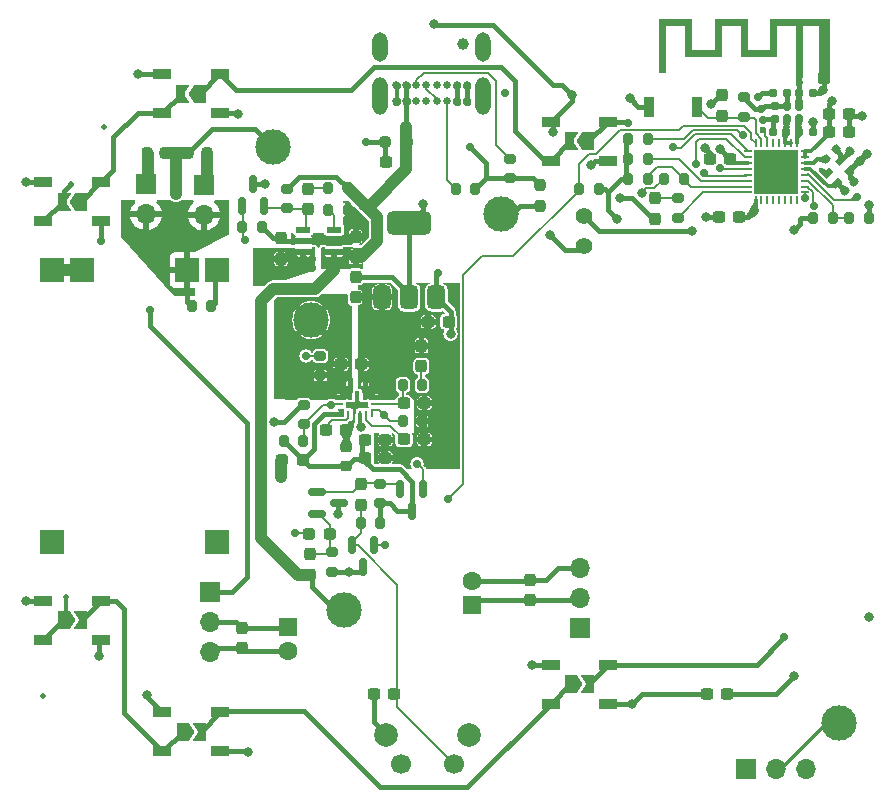
<source format=gtl>
G04 #@! TF.GenerationSoftware,KiCad,Pcbnew,8.0.7-8.0.7-0~ubuntu22.04.1*
G04 #@! TF.CreationDate,2025-02-05T23:47:26-05:00*
G04 #@! TF.ProjectId,SHERPENT20250113,53484552-5045-44e5-9432-303235303131,rev?*
G04 #@! TF.SameCoordinates,Original*
G04 #@! TF.FileFunction,Copper,L1,Top*
G04 #@! TF.FilePolarity,Positive*
%FSLAX46Y46*%
G04 Gerber Fmt 4.6, Leading zero omitted, Abs format (unit mm)*
G04 Created by KiCad (PCBNEW 8.0.7-8.0.7-0~ubuntu22.04.1) date 2025-02-05 23:47:26*
%MOMM*%
%LPD*%
G01*
G04 APERTURE LIST*
G04 Aperture macros list*
%AMRoundRect*
0 Rectangle with rounded corners*
0 $1 Rounding radius*
0 $2 $3 $4 $5 $6 $7 $8 $9 X,Y pos of 4 corners*
0 Add a 4 corners polygon primitive as box body*
4,1,4,$2,$3,$4,$5,$6,$7,$8,$9,$2,$3,0*
0 Add four circle primitives for the rounded corners*
1,1,$1+$1,$2,$3*
1,1,$1+$1,$4,$5*
1,1,$1+$1,$6,$7*
1,1,$1+$1,$8,$9*
0 Add four rect primitives between the rounded corners*
20,1,$1+$1,$2,$3,$4,$5,0*
20,1,$1+$1,$4,$5,$6,$7,0*
20,1,$1+$1,$6,$7,$8,$9,0*
20,1,$1+$1,$8,$9,$2,$3,0*%
%AMRotRect*
0 Rectangle, with rotation*
0 The origin of the aperture is its center*
0 $1 length*
0 $2 width*
0 $3 Rotation angle, in degrees counterclockwise*
0 Add horizontal line*
21,1,$1,$2,0,0,$3*%
%AMFreePoly0*
4,1,6,1.000000,0.000000,0.500000,-0.750000,-0.500000,-0.750000,-0.500000,0.750000,0.500000,0.750000,1.000000,0.000000,1.000000,0.000000,$1*%
%AMFreePoly1*
4,1,6,0.500000,-0.750000,-0.650000,-0.750000,-0.150000,0.000000,-0.650000,0.750000,0.500000,0.750000,0.500000,-0.750000,0.500000,-0.750000,$1*%
%AMFreePoly2*
4,1,5,0.200000,-0.625000,-0.200000,-0.625000,-0.200000,0.625000,0.200000,0.625000,0.200000,-0.625000,0.200000,-0.625000,$1*%
%AMFreePoly3*
4,1,5,0.200000,-0.725000,-0.200000,-0.725000,-0.200000,0.725000,0.200000,0.725000,0.200000,-0.725000,0.200000,-0.725000,$1*%
G04 Aperture macros list end*
G04 #@! TA.AperFunction,EtchedComponent*
%ADD10C,0.010000*%
G04 #@! TD*
G04 #@! TA.AperFunction,ComponentPad*
%ADD11O,1.300000X2.500000*%
G04 #@! TD*
G04 #@! TA.AperFunction,ComponentPad*
%ADD12O,1.300000X3.200000*%
G04 #@! TD*
G04 #@! TA.AperFunction,ComponentPad*
%ADD13C,0.648000*%
G04 #@! TD*
G04 #@! TA.AperFunction,SMDPad,CuDef*
%ADD14RoundRect,0.160000X-0.026517X-0.252791X0.252791X0.026517X0.026517X0.252791X-0.252791X-0.026517X0*%
G04 #@! TD*
G04 #@! TA.AperFunction,SMDPad,CuDef*
%ADD15RoundRect,0.090000X-0.660000X-0.360000X0.660000X-0.360000X0.660000X0.360000X-0.660000X0.360000X0*%
G04 #@! TD*
G04 #@! TA.AperFunction,SMDPad,CuDef*
%ADD16RoundRect,0.237500X-0.300000X-0.237500X0.300000X-0.237500X0.300000X0.237500X-0.300000X0.237500X0*%
G04 #@! TD*
G04 #@! TA.AperFunction,SMDPad,CuDef*
%ADD17FreePoly0,180.000000*%
G04 #@! TD*
G04 #@! TA.AperFunction,SMDPad,CuDef*
%ADD18FreePoly1,180.000000*%
G04 #@! TD*
G04 #@! TA.AperFunction,SMDPad,CuDef*
%ADD19RoundRect,0.237500X0.237500X-0.287500X0.237500X0.287500X-0.237500X0.287500X-0.237500X-0.287500X0*%
G04 #@! TD*
G04 #@! TA.AperFunction,SMDPad,CuDef*
%ADD20RoundRect,0.200000X0.275000X-0.200000X0.275000X0.200000X-0.275000X0.200000X-0.275000X-0.200000X0*%
G04 #@! TD*
G04 #@! TA.AperFunction,SMDPad,CuDef*
%ADD21RoundRect,0.150000X-0.150000X0.587500X-0.150000X-0.587500X0.150000X-0.587500X0.150000X0.587500X0*%
G04 #@! TD*
G04 #@! TA.AperFunction,SMDPad,CuDef*
%ADD22RoundRect,0.155000X0.212500X0.155000X-0.212500X0.155000X-0.212500X-0.155000X0.212500X-0.155000X0*%
G04 #@! TD*
G04 #@! TA.AperFunction,SMDPad,CuDef*
%ADD23RoundRect,0.237500X0.237500X-0.300000X0.237500X0.300000X-0.237500X0.300000X-0.237500X-0.300000X0*%
G04 #@! TD*
G04 #@! TA.AperFunction,SMDPad,CuDef*
%ADD24FreePoly0,0.000000*%
G04 #@! TD*
G04 #@! TA.AperFunction,SMDPad,CuDef*
%ADD25FreePoly1,0.000000*%
G04 #@! TD*
G04 #@! TA.AperFunction,SMDPad,CuDef*
%ADD26RoundRect,0.237500X0.300000X0.237500X-0.300000X0.237500X-0.300000X-0.237500X0.300000X-0.237500X0*%
G04 #@! TD*
G04 #@! TA.AperFunction,SMDPad,CuDef*
%ADD27RoundRect,0.200000X0.200000X0.275000X-0.200000X0.275000X-0.200000X-0.275000X0.200000X-0.275000X0*%
G04 #@! TD*
G04 #@! TA.AperFunction,SMDPad,CuDef*
%ADD28RoundRect,0.200000X-0.200000X-0.275000X0.200000X-0.275000X0.200000X0.275000X-0.200000X0.275000X0*%
G04 #@! TD*
G04 #@! TA.AperFunction,SMDPad,CuDef*
%ADD29RoundRect,0.155000X-0.212500X-0.155000X0.212500X-0.155000X0.212500X0.155000X-0.212500X0.155000X0*%
G04 #@! TD*
G04 #@! TA.AperFunction,SMDPad,CuDef*
%ADD30RoundRect,0.155000X-0.155000X0.212500X-0.155000X-0.212500X0.155000X-0.212500X0.155000X0.212500X0*%
G04 #@! TD*
G04 #@! TA.AperFunction,ComponentPad*
%ADD31C,3.000000*%
G04 #@! TD*
G04 #@! TA.AperFunction,ComponentPad*
%ADD32R,1.700000X1.700000*%
G04 #@! TD*
G04 #@! TA.AperFunction,ComponentPad*
%ADD33O,1.700000X1.700000*%
G04 #@! TD*
G04 #@! TA.AperFunction,SMDPad,CuDef*
%ADD34RoundRect,0.200000X-0.275000X0.200000X-0.275000X-0.200000X0.275000X-0.200000X0.275000X0.200000X0*%
G04 #@! TD*
G04 #@! TA.AperFunction,SMDPad,CuDef*
%ADD35RoundRect,0.090000X0.660000X0.360000X-0.660000X0.360000X-0.660000X-0.360000X0.660000X-0.360000X0*%
G04 #@! TD*
G04 #@! TA.AperFunction,SMDPad,CuDef*
%ADD36RoundRect,0.160000X-0.160000X0.222500X-0.160000X-0.222500X0.160000X-0.222500X0.160000X0.222500X0*%
G04 #@! TD*
G04 #@! TA.AperFunction,SMDPad,CuDef*
%ADD37RoundRect,0.218750X0.218750X0.256250X-0.218750X0.256250X-0.218750X-0.256250X0.218750X-0.256250X0*%
G04 #@! TD*
G04 #@! TA.AperFunction,SMDPad,CuDef*
%ADD38RoundRect,0.010000X-0.445000X-0.445000X0.445000X-0.445000X0.445000X0.445000X-0.445000X0.445000X0*%
G04 #@! TD*
G04 #@! TA.AperFunction,SMDPad,CuDef*
%ADD39RoundRect,0.010190X-0.244810X-0.244810X0.244810X-0.244810X0.244810X0.244810X-0.244810X0.244810X0*%
G04 #@! TD*
G04 #@! TA.AperFunction,ComponentPad*
%ADD40R,1.600000X1.600000*%
G04 #@! TD*
G04 #@! TA.AperFunction,ComponentPad*
%ADD41C,1.600000*%
G04 #@! TD*
G04 #@! TA.AperFunction,SMDPad,CuDef*
%ADD42RoundRect,0.155000X0.040659X0.259862X-0.259862X-0.040659X-0.040659X-0.259862X0.259862X0.040659X0*%
G04 #@! TD*
G04 #@! TA.AperFunction,SMDPad,CuDef*
%ADD43RoundRect,0.237500X-0.237500X0.300000X-0.237500X-0.300000X0.237500X-0.300000X0.237500X0.300000X0*%
G04 #@! TD*
G04 #@! TA.AperFunction,SMDPad,CuDef*
%ADD44RoundRect,0.150000X-0.587500X-0.150000X0.587500X-0.150000X0.587500X0.150000X-0.587500X0.150000X0*%
G04 #@! TD*
G04 #@! TA.AperFunction,SMDPad,CuDef*
%ADD45RoundRect,0.237500X0.250000X0.237500X-0.250000X0.237500X-0.250000X-0.237500X0.250000X-0.237500X0*%
G04 #@! TD*
G04 #@! TA.AperFunction,SMDPad,CuDef*
%ADD46RoundRect,0.218750X-0.218750X-0.256250X0.218750X-0.256250X0.218750X0.256250X-0.218750X0.256250X0*%
G04 #@! TD*
G04 #@! TA.AperFunction,SMDPad,CuDef*
%ADD47RoundRect,0.237500X0.287500X0.237500X-0.287500X0.237500X-0.287500X-0.237500X0.287500X-0.237500X0*%
G04 #@! TD*
G04 #@! TA.AperFunction,SMDPad,CuDef*
%ADD48R,0.575000X0.250000*%
G04 #@! TD*
G04 #@! TA.AperFunction,SMDPad,CuDef*
%ADD49R,0.225000X0.700000*%
G04 #@! TD*
G04 #@! TA.AperFunction,SMDPad,CuDef*
%ADD50R,0.549999X0.249999*%
G04 #@! TD*
G04 #@! TA.AperFunction,SMDPad,CuDef*
%ADD51FreePoly2,90.000000*%
G04 #@! TD*
G04 #@! TA.AperFunction,SMDPad,CuDef*
%ADD52FreePoly3,180.000000*%
G04 #@! TD*
G04 #@! TA.AperFunction,SMDPad,CuDef*
%ADD53R,0.399999X1.000000*%
G04 #@! TD*
G04 #@! TA.AperFunction,SMDPad,CuDef*
%ADD54FreePoly2,270.000000*%
G04 #@! TD*
G04 #@! TA.AperFunction,SMDPad,CuDef*
%ADD55R,0.249999X0.549999*%
G04 #@! TD*
G04 #@! TA.AperFunction,SMDPad,CuDef*
%ADD56RoundRect,0.375000X0.375000X-0.625000X0.375000X0.625000X-0.375000X0.625000X-0.375000X-0.625000X0*%
G04 #@! TD*
G04 #@! TA.AperFunction,SMDPad,CuDef*
%ADD57RoundRect,0.500000X1.400000X-0.500000X1.400000X0.500000X-1.400000X0.500000X-1.400000X-0.500000X0*%
G04 #@! TD*
G04 #@! TA.AperFunction,SMDPad,CuDef*
%ADD58R,0.889000X1.803400*%
G04 #@! TD*
G04 #@! TA.AperFunction,SMDPad,CuDef*
%ADD59RoundRect,0.237500X-0.237500X0.287500X-0.237500X-0.287500X0.237500X-0.287500X0.237500X0.287500X0*%
G04 #@! TD*
G04 #@! TA.AperFunction,SMDPad,CuDef*
%ADD60RoundRect,0.237500X0.237500X-0.250000X0.237500X0.250000X-0.237500X0.250000X-0.237500X-0.250000X0*%
G04 #@! TD*
G04 #@! TA.AperFunction,ComponentPad*
%ADD61C,1.400000*%
G04 #@! TD*
G04 #@! TA.AperFunction,SMDPad,CuDef*
%ADD62RotRect,0.838200X0.533400X225.000000*%
G04 #@! TD*
G04 #@! TA.AperFunction,SMDPad,CuDef*
%ADD63RoundRect,0.150000X0.150000X-0.587500X0.150000X0.587500X-0.150000X0.587500X-0.150000X-0.587500X0*%
G04 #@! TD*
G04 #@! TA.AperFunction,SMDPad,CuDef*
%ADD64RoundRect,0.218750X0.256250X-0.218750X0.256250X0.218750X-0.256250X0.218750X-0.256250X-0.218750X0*%
G04 #@! TD*
G04 #@! TA.AperFunction,SMDPad,CuDef*
%ADD65R,0.254000X0.660400*%
G04 #@! TD*
G04 #@! TA.AperFunction,SMDPad,CuDef*
%ADD66R,0.660400X0.254000*%
G04 #@! TD*
G04 #@! TA.AperFunction,SMDPad,CuDef*
%ADD67R,3.759200X3.759200*%
G04 #@! TD*
G04 #@! TA.AperFunction,SMDPad,CuDef*
%ADD68R,1.270000X0.558800*%
G04 #@! TD*
G04 #@! TA.AperFunction,SMDPad,CuDef*
%ADD69RoundRect,0.155000X-0.259862X0.040659X0.040659X-0.259862X0.259862X-0.040659X-0.040659X0.259862X0*%
G04 #@! TD*
G04 #@! TA.AperFunction,ComponentPad*
%ADD70R,2.000000X2.000000*%
G04 #@! TD*
G04 #@! TA.AperFunction,ComponentPad*
%ADD71C,1.700000*%
G04 #@! TD*
G04 #@! TA.AperFunction,ComponentPad*
%ADD72C,2.000000*%
G04 #@! TD*
G04 #@! TA.AperFunction,ViaPad*
%ADD73C,1.000000*%
G04 #@! TD*
G04 #@! TA.AperFunction,ViaPad*
%ADD74C,0.800000*%
G04 #@! TD*
G04 #@! TA.AperFunction,ViaPad*
%ADD75C,0.700000*%
G04 #@! TD*
G04 #@! TA.AperFunction,ViaPad*
%ADD76C,0.450000*%
G04 #@! TD*
G04 #@! TA.AperFunction,ViaPad*
%ADD77C,0.500000*%
G04 #@! TD*
G04 #@! TA.AperFunction,ViaPad*
%ADD78C,0.600000*%
G04 #@! TD*
G04 #@! TA.AperFunction,Conductor*
%ADD79C,0.450000*%
G04 #@! TD*
G04 #@! TA.AperFunction,Conductor*
%ADD80C,0.160000*%
G04 #@! TD*
G04 #@! TA.AperFunction,Conductor*
%ADD81C,0.300000*%
G04 #@! TD*
G04 #@! TA.AperFunction,Conductor*
%ADD82C,1.000000*%
G04 #@! TD*
G04 #@! TA.AperFunction,Conductor*
%ADD83C,0.200000*%
G04 #@! TD*
G04 APERTURE END LIST*
D10*
X171361800Y-74980200D02*
X171416800Y-74995200D01*
X171468800Y-75020200D01*
X171515800Y-75053200D01*
X171555800Y-75094200D01*
X171587800Y-75141200D01*
X171610800Y-75193200D01*
X171624800Y-75249200D01*
X171628800Y-75306200D01*
X171622800Y-75363200D01*
X171606800Y-75418200D01*
X171580800Y-75469200D01*
X171546800Y-75515200D01*
X171504800Y-75554200D01*
X171454800Y-75586200D01*
X171454800Y-76362200D01*
X171504800Y-76394200D01*
X171546800Y-76433200D01*
X171580800Y-76479200D01*
X171606800Y-76530200D01*
X171622800Y-76585200D01*
X171628800Y-76642200D01*
X171624800Y-76699200D01*
X171610800Y-76755200D01*
X171587800Y-76807200D01*
X171555800Y-76854200D01*
X171515800Y-76895200D01*
X171468800Y-76928200D01*
X171416800Y-76953200D01*
X171361800Y-76968200D01*
X171304800Y-76973200D01*
X171247800Y-76968200D01*
X171192800Y-76953200D01*
X171140800Y-76928200D01*
X171093800Y-76895200D01*
X171053800Y-76854200D01*
X171021800Y-76807200D01*
X170998800Y-76755200D01*
X170984800Y-76699200D01*
X170980800Y-76642200D01*
X170986800Y-76585200D01*
X171002800Y-76530200D01*
X171028800Y-76479200D01*
X171062800Y-76433200D01*
X171104800Y-76394200D01*
X171154800Y-76362200D01*
X171154800Y-75586390D01*
X171104800Y-75554200D01*
X171062800Y-75515200D01*
X171028800Y-75469200D01*
X171002800Y-75418200D01*
X170986800Y-75363200D01*
X170980800Y-75306200D01*
X170984800Y-75249200D01*
X170998800Y-75193200D01*
X171021800Y-75141200D01*
X171053800Y-75094200D01*
X171093800Y-75053200D01*
X171140800Y-75020200D01*
X171192800Y-74995200D01*
X171247800Y-74980200D01*
X171304800Y-74975200D01*
X171361800Y-74980200D01*
G04 #@! TA.AperFunction,EtchedComponent*
G36*
X171361800Y-74980200D02*
G01*
X171416800Y-74995200D01*
X171468800Y-75020200D01*
X171515800Y-75053200D01*
X171555800Y-75094200D01*
X171587800Y-75141200D01*
X171610800Y-75193200D01*
X171624800Y-75249200D01*
X171628800Y-75306200D01*
X171622800Y-75363200D01*
X171606800Y-75418200D01*
X171580800Y-75469200D01*
X171546800Y-75515200D01*
X171504800Y-75554200D01*
X171454800Y-75586200D01*
X171454800Y-76362200D01*
X171504800Y-76394200D01*
X171546800Y-76433200D01*
X171580800Y-76479200D01*
X171606800Y-76530200D01*
X171622800Y-76585200D01*
X171628800Y-76642200D01*
X171624800Y-76699200D01*
X171610800Y-76755200D01*
X171587800Y-76807200D01*
X171555800Y-76854200D01*
X171515800Y-76895200D01*
X171468800Y-76928200D01*
X171416800Y-76953200D01*
X171361800Y-76968200D01*
X171304800Y-76973200D01*
X171247800Y-76968200D01*
X171192800Y-76953200D01*
X171140800Y-76928200D01*
X171093800Y-76895200D01*
X171053800Y-76854200D01*
X171021800Y-76807200D01*
X170998800Y-76755200D01*
X170984800Y-76699200D01*
X170980800Y-76642200D01*
X170986800Y-76585200D01*
X171002800Y-76530200D01*
X171028800Y-76479200D01*
X171062800Y-76433200D01*
X171104800Y-76394200D01*
X171154800Y-76362200D01*
X171154800Y-75586390D01*
X171104800Y-75554200D01*
X171062800Y-75515200D01*
X171028800Y-75469200D01*
X171002800Y-75418200D01*
X170986800Y-75363200D01*
X170980800Y-75306200D01*
X170984800Y-75249200D01*
X170998800Y-75193200D01*
X171021800Y-75141200D01*
X171053800Y-75094200D01*
X171093800Y-75053200D01*
X171140800Y-75020200D01*
X171192800Y-74995200D01*
X171247800Y-74980200D01*
X171304800Y-74975200D01*
X171361800Y-74980200D01*
G37*
G04 #@! TD.AperFunction*
X170511800Y-74980200D02*
X170566800Y-74995200D01*
X170618800Y-75020200D01*
X170665800Y-75053200D01*
X170705800Y-75094200D01*
X170737800Y-75141200D01*
X170760800Y-75193200D01*
X170774800Y-75249200D01*
X170778800Y-75306200D01*
X170772800Y-75363200D01*
X170756800Y-75418200D01*
X170730800Y-75469200D01*
X170696800Y-75515200D01*
X170654800Y-75554200D01*
X170604800Y-75586200D01*
X170604800Y-76362200D01*
X170654800Y-76394200D01*
X170696800Y-76433200D01*
X170730800Y-76479200D01*
X170756800Y-76530200D01*
X170772800Y-76585200D01*
X170778800Y-76642200D01*
X170774800Y-76699200D01*
X170760800Y-76755200D01*
X170737800Y-76807200D01*
X170705800Y-76854200D01*
X170665800Y-76895200D01*
X170618800Y-76928200D01*
X170566800Y-76953200D01*
X170511800Y-76968200D01*
X170454800Y-76973200D01*
X170397800Y-76968200D01*
X170342800Y-76953200D01*
X170290800Y-76928200D01*
X170243800Y-76895200D01*
X170203800Y-76854200D01*
X170171800Y-76807200D01*
X170148800Y-76755200D01*
X170134800Y-76699200D01*
X170130800Y-76642200D01*
X170136800Y-76585200D01*
X170152800Y-76530200D01*
X170178800Y-76479200D01*
X170212800Y-76433200D01*
X170254800Y-76394200D01*
X170304800Y-76362200D01*
X170304800Y-75586390D01*
X170254800Y-75554200D01*
X170212800Y-75515200D01*
X170178800Y-75469200D01*
X170152800Y-75418200D01*
X170136800Y-75363200D01*
X170130800Y-75306200D01*
X170134800Y-75249200D01*
X170148800Y-75193200D01*
X170171800Y-75141200D01*
X170203800Y-75094200D01*
X170243800Y-75053200D01*
X170290800Y-75020200D01*
X170342800Y-74995200D01*
X170397800Y-74980200D01*
X170454800Y-74975200D01*
X170511800Y-74980200D01*
G04 #@! TA.AperFunction,EtchedComponent*
G36*
X170511800Y-74980200D02*
G01*
X170566800Y-74995200D01*
X170618800Y-75020200D01*
X170665800Y-75053200D01*
X170705800Y-75094200D01*
X170737800Y-75141200D01*
X170760800Y-75193200D01*
X170774800Y-75249200D01*
X170778800Y-75306200D01*
X170772800Y-75363200D01*
X170756800Y-75418200D01*
X170730800Y-75469200D01*
X170696800Y-75515200D01*
X170654800Y-75554200D01*
X170604800Y-75586200D01*
X170604800Y-76362200D01*
X170654800Y-76394200D01*
X170696800Y-76433200D01*
X170730800Y-76479200D01*
X170756800Y-76530200D01*
X170772800Y-76585200D01*
X170778800Y-76642200D01*
X170774800Y-76699200D01*
X170760800Y-76755200D01*
X170737800Y-76807200D01*
X170705800Y-76854200D01*
X170665800Y-76895200D01*
X170618800Y-76928200D01*
X170566800Y-76953200D01*
X170511800Y-76968200D01*
X170454800Y-76973200D01*
X170397800Y-76968200D01*
X170342800Y-76953200D01*
X170290800Y-76928200D01*
X170243800Y-76895200D01*
X170203800Y-76854200D01*
X170171800Y-76807200D01*
X170148800Y-76755200D01*
X170134800Y-76699200D01*
X170130800Y-76642200D01*
X170136800Y-76585200D01*
X170152800Y-76530200D01*
X170178800Y-76479200D01*
X170212800Y-76433200D01*
X170254800Y-76394200D01*
X170304800Y-76362200D01*
X170304800Y-75586390D01*
X170254800Y-75554200D01*
X170212800Y-75515200D01*
X170178800Y-75469200D01*
X170152800Y-75418200D01*
X170136800Y-75363200D01*
X170130800Y-75306200D01*
X170134800Y-75249200D01*
X170148800Y-75193200D01*
X170171800Y-75141200D01*
X170203800Y-75094200D01*
X170243800Y-75053200D01*
X170290800Y-75020200D01*
X170342800Y-74995200D01*
X170397800Y-74980200D01*
X170454800Y-74975200D01*
X170511800Y-74980200D01*
G37*
G04 #@! TD.AperFunction*
X166261800Y-74980200D02*
X166316800Y-74995200D01*
X166368800Y-75020200D01*
X166415800Y-75053200D01*
X166455800Y-75094200D01*
X166487800Y-75141200D01*
X166510800Y-75193200D01*
X166524800Y-75249200D01*
X166528800Y-75306200D01*
X166522800Y-75363200D01*
X166506800Y-75418200D01*
X166480800Y-75469200D01*
X166446800Y-75515200D01*
X166404800Y-75554200D01*
X166354800Y-75586200D01*
X166354800Y-76362010D01*
X166354800Y-76362200D01*
X166404800Y-76394200D01*
X166446800Y-76433200D01*
X166480800Y-76479200D01*
X166506800Y-76530200D01*
X166522800Y-76585200D01*
X166528800Y-76642200D01*
X166524800Y-76699200D01*
X166510800Y-76755200D01*
X166487800Y-76807200D01*
X166455800Y-76854200D01*
X166415800Y-76895200D01*
X166368800Y-76928200D01*
X166316800Y-76953200D01*
X166261800Y-76968200D01*
X166204800Y-76973200D01*
X166147800Y-76968200D01*
X166092800Y-76953200D01*
X166040800Y-76928200D01*
X165993800Y-76895200D01*
X165953800Y-76854200D01*
X165921800Y-76807200D01*
X165898800Y-76755200D01*
X165884800Y-76699200D01*
X165880800Y-76642200D01*
X165886800Y-76585200D01*
X165902800Y-76530200D01*
X165928800Y-76479200D01*
X165962800Y-76433200D01*
X166004800Y-76394200D01*
X166054800Y-76362200D01*
X166054800Y-75586200D01*
X166004800Y-75554200D01*
X165962800Y-75515200D01*
X165928800Y-75469200D01*
X165902800Y-75418200D01*
X165886800Y-75363200D01*
X165880800Y-75306200D01*
X165884800Y-75249200D01*
X165898800Y-75193200D01*
X165921800Y-75141200D01*
X165953800Y-75094200D01*
X165993800Y-75053200D01*
X166040800Y-75020200D01*
X166092800Y-74995200D01*
X166147800Y-74980200D01*
X166204800Y-74975200D01*
X166261800Y-74980200D01*
G04 #@! TA.AperFunction,EtchedComponent*
G36*
X166261800Y-74980200D02*
G01*
X166316800Y-74995200D01*
X166368800Y-75020200D01*
X166415800Y-75053200D01*
X166455800Y-75094200D01*
X166487800Y-75141200D01*
X166510800Y-75193200D01*
X166524800Y-75249200D01*
X166528800Y-75306200D01*
X166522800Y-75363200D01*
X166506800Y-75418200D01*
X166480800Y-75469200D01*
X166446800Y-75515200D01*
X166404800Y-75554200D01*
X166354800Y-75586200D01*
X166354800Y-76362010D01*
X166354800Y-76362200D01*
X166404800Y-76394200D01*
X166446800Y-76433200D01*
X166480800Y-76479200D01*
X166506800Y-76530200D01*
X166522800Y-76585200D01*
X166528800Y-76642200D01*
X166524800Y-76699200D01*
X166510800Y-76755200D01*
X166487800Y-76807200D01*
X166455800Y-76854200D01*
X166415800Y-76895200D01*
X166368800Y-76928200D01*
X166316800Y-76953200D01*
X166261800Y-76968200D01*
X166204800Y-76973200D01*
X166147800Y-76968200D01*
X166092800Y-76953200D01*
X166040800Y-76928200D01*
X165993800Y-76895200D01*
X165953800Y-76854200D01*
X165921800Y-76807200D01*
X165898800Y-76755200D01*
X165884800Y-76699200D01*
X165880800Y-76642200D01*
X165886800Y-76585200D01*
X165902800Y-76530200D01*
X165928800Y-76479200D01*
X165962800Y-76433200D01*
X166004800Y-76394200D01*
X166054800Y-76362200D01*
X166054800Y-75586200D01*
X166004800Y-75554200D01*
X165962800Y-75515200D01*
X165928800Y-75469200D01*
X165902800Y-75418200D01*
X165886800Y-75363200D01*
X165880800Y-75306200D01*
X165884800Y-75249200D01*
X165898800Y-75193200D01*
X165921800Y-75141200D01*
X165953800Y-75094200D01*
X165993800Y-75053200D01*
X166040800Y-75020200D01*
X166092800Y-74995200D01*
X166147800Y-74980200D01*
X166204800Y-74975200D01*
X166261800Y-74980200D01*
G37*
G04 #@! TD.AperFunction*
X165411800Y-74980200D02*
X165466800Y-74995200D01*
X165518800Y-75020200D01*
X165565800Y-75053200D01*
X165605800Y-75094200D01*
X165637800Y-75141200D01*
X165660800Y-75193200D01*
X165674800Y-75249200D01*
X165678800Y-75306200D01*
X165672800Y-75363200D01*
X165656800Y-75418200D01*
X165630800Y-75469200D01*
X165596800Y-75515200D01*
X165554800Y-75554200D01*
X165504800Y-75586200D01*
X165504800Y-76362200D01*
X165554800Y-76394200D01*
X165596800Y-76433200D01*
X165630800Y-76479200D01*
X165656800Y-76530200D01*
X165672800Y-76585200D01*
X165678800Y-76642200D01*
X165674800Y-76699200D01*
X165660800Y-76755200D01*
X165637800Y-76807200D01*
X165605800Y-76854200D01*
X165565800Y-76895200D01*
X165518800Y-76928200D01*
X165466800Y-76953200D01*
X165411800Y-76968200D01*
X165354800Y-76973200D01*
X165297800Y-76968200D01*
X165242800Y-76953200D01*
X165190800Y-76928200D01*
X165143800Y-76895200D01*
X165103800Y-76854200D01*
X165071800Y-76807200D01*
X165048800Y-76755200D01*
X165034800Y-76699200D01*
X165030800Y-76642200D01*
X165036800Y-76585200D01*
X165052800Y-76530200D01*
X165078800Y-76479200D01*
X165112800Y-76433200D01*
X165154800Y-76394200D01*
X165204800Y-76362200D01*
X165204800Y-75586390D01*
X165154800Y-75554200D01*
X165112800Y-75515200D01*
X165078800Y-75469200D01*
X165052800Y-75418200D01*
X165036800Y-75363200D01*
X165030800Y-75306200D01*
X165034800Y-75249200D01*
X165048800Y-75193200D01*
X165071800Y-75141200D01*
X165103800Y-75094200D01*
X165143800Y-75053200D01*
X165190800Y-75020200D01*
X165242800Y-74995200D01*
X165297800Y-74980200D01*
X165354800Y-74975200D01*
X165411800Y-74980200D01*
G04 #@! TA.AperFunction,EtchedComponent*
G36*
X165411800Y-74980200D02*
G01*
X165466800Y-74995200D01*
X165518800Y-75020200D01*
X165565800Y-75053200D01*
X165605800Y-75094200D01*
X165637800Y-75141200D01*
X165660800Y-75193200D01*
X165674800Y-75249200D01*
X165678800Y-75306200D01*
X165672800Y-75363200D01*
X165656800Y-75418200D01*
X165630800Y-75469200D01*
X165596800Y-75515200D01*
X165554800Y-75554200D01*
X165504800Y-75586200D01*
X165504800Y-76362200D01*
X165554800Y-76394200D01*
X165596800Y-76433200D01*
X165630800Y-76479200D01*
X165656800Y-76530200D01*
X165672800Y-76585200D01*
X165678800Y-76642200D01*
X165674800Y-76699200D01*
X165660800Y-76755200D01*
X165637800Y-76807200D01*
X165605800Y-76854200D01*
X165565800Y-76895200D01*
X165518800Y-76928200D01*
X165466800Y-76953200D01*
X165411800Y-76968200D01*
X165354800Y-76973200D01*
X165297800Y-76968200D01*
X165242800Y-76953200D01*
X165190800Y-76928200D01*
X165143800Y-76895200D01*
X165103800Y-76854200D01*
X165071800Y-76807200D01*
X165048800Y-76755200D01*
X165034800Y-76699200D01*
X165030800Y-76642200D01*
X165036800Y-76585200D01*
X165052800Y-76530200D01*
X165078800Y-76479200D01*
X165112800Y-76433200D01*
X165154800Y-76394200D01*
X165204800Y-76362200D01*
X165204800Y-75586390D01*
X165154800Y-75554200D01*
X165112800Y-75515200D01*
X165078800Y-75469200D01*
X165052800Y-75418200D01*
X165036800Y-75363200D01*
X165030800Y-75306200D01*
X165034800Y-75249200D01*
X165048800Y-75193200D01*
X165071800Y-75141200D01*
X165103800Y-75094200D01*
X165143800Y-75053200D01*
X165190800Y-75020200D01*
X165242800Y-74995200D01*
X165297800Y-74980200D01*
X165354800Y-74975200D01*
X165411800Y-74980200D01*
G37*
G04 #@! TD.AperFunction*
X187603150Y-70188800D02*
X188103150Y-70188800D01*
X188103150Y-74128800D01*
X187603150Y-74128800D01*
X187603150Y-70188800D01*
G04 #@! TA.AperFunction,EtchedComponent*
G36*
X187603150Y-70188800D02*
G01*
X188103150Y-70188800D01*
X188103150Y-74128800D01*
X187603150Y-74128800D01*
X187603150Y-70188800D01*
G37*
G04 #@! TD.AperFunction*
X189803150Y-70188800D02*
X190303150Y-70188800D01*
X190303150Y-72828800D01*
X189803150Y-72828800D01*
X189803150Y-70188800D01*
G04 #@! TA.AperFunction,EtchedComponent*
G36*
X189803150Y-70188800D02*
G01*
X190303150Y-70188800D01*
X190303150Y-72828800D01*
X189803150Y-72828800D01*
X189803150Y-70188800D01*
G37*
G04 #@! TD.AperFunction*
X190303150Y-70188800D02*
X187603150Y-70188800D01*
X187603150Y-69688800D01*
X190303150Y-69688800D01*
X190303150Y-70188800D01*
G04 #@! TA.AperFunction,EtchedComponent*
G36*
X190303150Y-70188800D02*
G01*
X187603150Y-70188800D01*
X187603150Y-69688800D01*
X190303150Y-69688800D01*
X190303150Y-70188800D01*
G37*
G04 #@! TD.AperFunction*
X192303150Y-70188800D02*
X192803150Y-70188800D01*
X192803150Y-72828800D01*
X192303150Y-72828800D01*
X192303150Y-70188800D01*
G04 #@! TA.AperFunction,EtchedComponent*
G36*
X192303150Y-70188800D02*
G01*
X192803150Y-70188800D01*
X192803150Y-72828800D01*
X192303150Y-72828800D01*
X192303150Y-70188800D01*
G37*
G04 #@! TD.AperFunction*
X192303150Y-72828800D02*
X190303150Y-72828800D01*
X190303150Y-72328800D01*
X192303150Y-72328800D01*
X192303150Y-72828800D01*
G04 #@! TA.AperFunction,EtchedComponent*
G36*
X192303150Y-72828800D02*
G01*
X190303150Y-72828800D01*
X190303150Y-72328800D01*
X192303150Y-72328800D01*
X192303150Y-72828800D01*
G37*
G04 #@! TD.AperFunction*
X194503150Y-70188800D02*
X195003150Y-70188800D01*
X195003150Y-72828800D01*
X194503150Y-72828800D01*
X194503150Y-70188800D01*
G04 #@! TA.AperFunction,EtchedComponent*
G36*
X194503150Y-70188800D02*
G01*
X195003150Y-70188800D01*
X195003150Y-72828800D01*
X194503150Y-72828800D01*
X194503150Y-70188800D01*
G37*
G04 #@! TD.AperFunction*
X195003150Y-70188800D02*
X192303150Y-70188800D01*
X192303150Y-69688800D01*
X195003150Y-69688800D01*
X195003150Y-70188800D01*
G04 #@! TA.AperFunction,EtchedComponent*
G36*
X195003150Y-70188800D02*
G01*
X192303150Y-70188800D01*
X192303150Y-69688800D01*
X195003150Y-69688800D01*
X195003150Y-70188800D01*
G37*
G04 #@! TD.AperFunction*
X197003150Y-70188800D02*
X197503150Y-70188800D01*
X197503150Y-72828800D01*
X197003150Y-72828800D01*
X197003150Y-70188800D01*
G04 #@! TA.AperFunction,EtchedComponent*
G36*
X197003150Y-70188800D02*
G01*
X197503150Y-70188800D01*
X197503150Y-72828800D01*
X197003150Y-72828800D01*
X197003150Y-70188800D01*
G37*
G04 #@! TD.AperFunction*
X197003150Y-72828800D02*
X195003150Y-72828800D01*
X195003150Y-72328800D01*
X197003150Y-72328800D01*
X197003150Y-72828800D01*
G04 #@! TA.AperFunction,EtchedComponent*
G36*
X197003150Y-72828800D02*
G01*
X195003150Y-72828800D01*
X195003150Y-72328800D01*
X197003150Y-72328800D01*
X197003150Y-72828800D01*
G37*
G04 #@! TD.AperFunction*
X199703150Y-70188800D02*
X199203150Y-70188800D01*
X199203150Y-74608800D01*
X199703150Y-74608800D01*
X199703150Y-70188800D01*
G04 #@! TA.AperFunction,EtchedComponent*
G36*
X199703150Y-70188800D02*
G01*
X199203150Y-70188800D01*
X199203150Y-74608800D01*
X199703150Y-74608800D01*
X199703150Y-70188800D01*
G37*
G04 #@! TD.AperFunction*
X202003150Y-70188800D02*
X197003150Y-70188800D01*
X197003150Y-69688800D01*
X202003150Y-69688800D01*
X202003150Y-70188800D01*
G04 #@! TA.AperFunction,EtchedComponent*
G36*
X202003150Y-70188800D02*
G01*
X197003150Y-70188800D01*
X197003150Y-69688800D01*
X202003150Y-69688800D01*
X202003150Y-70188800D01*
G37*
G04 #@! TD.AperFunction*
X202003150Y-74218800D02*
X201103150Y-74218800D01*
X201103150Y-70188800D01*
X202003150Y-70188800D01*
X202003150Y-74218800D01*
G04 #@! TA.AperFunction,EtchedComponent*
G36*
X202003150Y-74218800D02*
G01*
X201103150Y-74218800D01*
X201103150Y-70188800D01*
X202003150Y-70188800D01*
X202003150Y-74218800D01*
G37*
G04 #@! TD.AperFunction*
D11*
X172649800Y-71999200D03*
X164009800Y-71999200D03*
D12*
X172649800Y-76149200D03*
X164009800Y-76149200D03*
D13*
X171304800Y-76649200D03*
X170454800Y-76649200D03*
X169604800Y-76649200D03*
X168754800Y-76649200D03*
X167904800Y-76649200D03*
X167054800Y-76649200D03*
X166204800Y-76649200D03*
X165354800Y-76649200D03*
X171304800Y-75299200D03*
X170454800Y-75299200D03*
X169604800Y-75299200D03*
X168754800Y-75299200D03*
X167904800Y-75299200D03*
X167054800Y-75299200D03*
X166204800Y-75299200D03*
X165354800Y-75299200D03*
D14*
X201697904Y-81563696D03*
X202542896Y-80718704D03*
D15*
X145517600Y-74347200D03*
X145517600Y-77647200D03*
X150417600Y-77647200D03*
X150417600Y-74347200D03*
D16*
X166007988Y-102196888D03*
X167732988Y-102196888D03*
D17*
X181585600Y-80010400D03*
D18*
X180135600Y-80010400D03*
D19*
X162344000Y-110781200D03*
X162344000Y-109031200D03*
D15*
X178410600Y-78360400D03*
X178410600Y-81660400D03*
X183310600Y-81660400D03*
X183310600Y-78360400D03*
D20*
X157492600Y-103987088D03*
X157492600Y-102337088D03*
D21*
X167596600Y-109426100D03*
X165696600Y-109426100D03*
X166646600Y-111301100D03*
D19*
X157835545Y-85781945D03*
X157835545Y-84031945D03*
D22*
X198376300Y-79196900D03*
X197241300Y-79196900D03*
D16*
X162699600Y-106807400D03*
X164424600Y-106807400D03*
D23*
X161899545Y-89813700D03*
X161899545Y-88088700D03*
D24*
X147275000Y-129998600D03*
D25*
X148725000Y-129998600D03*
D26*
X161123700Y-104445200D03*
X159398700Y-104445200D03*
D16*
X191637500Y-126800000D03*
X193362500Y-126800000D03*
D27*
X153974200Y-87274800D03*
X152324200Y-87274800D03*
D28*
X148050000Y-94000000D03*
X149700000Y-94000000D03*
D29*
X199485200Y-75945700D03*
X200620200Y-75945700D03*
D30*
X197402400Y-76995100D03*
X197402400Y-78130100D03*
D31*
X154927200Y-80467600D03*
D32*
X194920000Y-133200000D03*
D33*
X197460000Y-133200000D03*
X200000000Y-133200000D03*
D34*
X175000000Y-81500000D03*
X175000000Y-83150000D03*
D24*
X137191400Y-120578000D03*
D25*
X138641400Y-120578000D03*
D35*
X150450000Y-131648600D03*
X150450000Y-128348600D03*
X145550000Y-128348600D03*
X145550000Y-131648600D03*
D15*
X135466400Y-83512800D03*
X135466400Y-86812800D03*
X140366400Y-86812800D03*
X140366400Y-83512800D03*
D27*
X182475000Y-84100000D03*
X180825000Y-84100000D03*
D28*
X155829400Y-105435800D03*
X157479400Y-105435800D03*
D19*
X187261400Y-86599600D03*
X187261400Y-84849600D03*
D36*
X199434400Y-76998800D03*
X199434400Y-78143800D03*
D28*
X165890888Y-103720888D03*
X167540888Y-103720888D03*
X165891988Y-100647488D03*
X167541988Y-100647488D03*
D17*
X138641400Y-85162800D03*
D18*
X137191400Y-85162800D03*
D26*
X166162500Y-81800000D03*
X164437500Y-81800000D03*
D31*
X158153000Y-95148800D03*
D23*
X167478988Y-99070488D03*
X167478988Y-97345488D03*
D20*
X156070200Y-85673600D03*
X156070200Y-84023600D03*
D37*
X149287500Y-81000000D03*
X147712500Y-81000000D03*
D22*
X198401700Y-75945700D03*
X197266700Y-75945700D03*
D36*
X198418400Y-76998800D03*
X198418400Y-78143800D03*
D27*
X186625000Y-83198600D03*
X184975000Y-83198600D03*
D23*
X161898200Y-93216900D03*
X161898200Y-91491900D03*
D38*
X201553150Y-74638800D03*
D39*
X199453400Y-74838550D03*
D40*
X171800000Y-119255113D03*
D41*
X171800000Y-117255113D03*
D27*
X186625000Y-79845800D03*
X184975000Y-79845800D03*
D31*
X202857000Y-129235600D03*
D35*
X140366400Y-122228000D03*
X140366400Y-118928000D03*
X135466400Y-118928000D03*
X135466400Y-122228000D03*
D31*
X174200000Y-86200000D03*
D42*
X204121655Y-83443817D03*
X203319089Y-84246383D03*
D20*
X194800000Y-77925000D03*
X194800000Y-76275000D03*
D43*
X152300000Y-121237500D03*
X152300000Y-122962500D03*
D44*
X158609100Y-109713600D03*
X158609100Y-111613600D03*
X160484100Y-110663600D03*
D17*
X148692600Y-75997200D03*
D18*
X147242600Y-75997200D03*
D26*
X169785100Y-95301200D03*
X168060100Y-95301200D03*
D23*
X155587600Y-89966100D03*
X155587600Y-88241100D03*
D16*
X163437500Y-126800000D03*
X165162500Y-126800000D03*
D34*
X159946600Y-114838600D03*
X159946600Y-116488600D03*
D45*
X166212500Y-80100000D03*
X164387500Y-80100000D03*
D32*
X149600000Y-118175000D03*
D33*
X149600000Y-120715000D03*
X149600000Y-123255000D03*
D28*
X159601345Y-84017945D03*
X161251345Y-84017945D03*
D46*
X144212500Y-81000000D03*
X145787500Y-81000000D03*
D23*
X192910350Y-77862500D03*
X192910350Y-76137500D03*
D32*
X149053945Y-83687345D03*
D33*
X149053945Y-86227345D03*
D28*
X184974000Y-81534900D03*
X186624000Y-81534900D03*
D47*
X157427800Y-107036000D03*
X155677800Y-107036000D03*
D20*
X163946600Y-110688600D03*
X163946600Y-109038600D03*
D48*
X163456213Y-102791213D03*
D49*
X163281213Y-103016213D03*
D50*
X163468714Y-102291214D03*
D51*
X163118713Y-101716213D03*
D52*
X162693713Y-101191213D03*
D53*
X162043713Y-101666213D03*
D52*
X161393713Y-101191213D03*
D54*
X160963713Y-101716213D03*
D50*
X160618712Y-102291214D03*
D49*
X160806213Y-103016213D03*
D48*
X160631213Y-102791213D03*
D55*
X161293712Y-103091212D03*
X161793713Y-103091212D03*
X162293713Y-103091212D03*
X162793714Y-103091212D03*
D35*
X183310600Y-127635400D03*
X183310600Y-124335400D03*
X178410600Y-124335400D03*
X178410600Y-127635400D03*
D27*
X205333000Y-86551400D03*
X203683000Y-86551400D03*
D23*
X176700000Y-118862500D03*
X176700000Y-117137500D03*
D20*
X158918088Y-99846888D03*
X158918088Y-98196888D03*
D21*
X163496600Y-114226100D03*
X161596600Y-114226100D03*
X162546600Y-116101100D03*
D34*
X189166400Y-84850600D03*
X189166400Y-86500600D03*
D56*
X164144800Y-93243800D03*
X166444800Y-93243800D03*
D57*
X166444800Y-86943800D03*
D56*
X168744800Y-93243800D03*
D16*
X160667600Y-98908000D03*
X162392600Y-98908000D03*
X166006888Y-105270288D03*
X167731888Y-105270288D03*
X201975500Y-77726000D03*
X203700500Y-77726000D03*
D58*
X186742902Y-77139500D03*
X190842898Y-77139500D03*
D59*
X158046600Y-114988600D03*
X158046600Y-116738600D03*
D16*
X162700700Y-105283400D03*
X164425700Y-105283400D03*
D27*
X161251345Y-85821345D03*
X159601345Y-85821345D03*
D28*
X188023400Y-83198600D03*
X189673400Y-83198600D03*
D47*
X159721600Y-113263600D03*
X157971600Y-113263600D03*
D40*
X156200000Y-121144888D03*
D41*
X156200000Y-123144888D03*
D27*
X202310400Y-86551400D03*
X200660400Y-86551400D03*
D60*
X177500000Y-85512500D03*
X177500000Y-83687500D03*
D32*
X180860600Y-121234600D03*
D33*
X180860600Y-118694600D03*
X180860600Y-116154600D03*
D27*
X172025000Y-84100000D03*
X170375000Y-84100000D03*
D61*
X181267000Y-88931200D03*
X181267000Y-86391200D03*
D62*
X202997028Y-81631254D03*
X201883477Y-82744805D03*
X202678972Y-83540300D03*
X203792523Y-82426749D03*
D63*
X152265200Y-85491145D03*
X154165200Y-85491145D03*
X153215200Y-83616145D03*
D64*
X161124800Y-107518600D03*
X161124800Y-105943600D03*
D27*
X163971600Y-112363600D03*
X162321600Y-112363600D03*
D26*
X194398800Y-86449800D03*
X192673800Y-86449800D03*
D16*
X201975500Y-79250000D03*
X203700500Y-79250000D03*
D65*
X199266699Y-80202801D03*
X198766700Y-80202801D03*
X198266701Y-80202801D03*
X197766700Y-80202801D03*
X197266700Y-80202801D03*
X196766699Y-80202801D03*
X196266700Y-80202801D03*
X195766701Y-80202801D03*
D66*
X195116400Y-80853102D03*
X195116400Y-81353101D03*
X195116400Y-81853100D03*
X195116400Y-82353101D03*
X195116400Y-82853101D03*
X195116400Y-83353102D03*
X195116400Y-83853101D03*
X195116400Y-84353100D03*
D65*
X195766701Y-85003401D03*
X196266700Y-85003401D03*
X196766699Y-85003401D03*
X197266700Y-85003401D03*
X197766700Y-85003401D03*
X198266701Y-85003401D03*
X198766700Y-85003401D03*
X199266699Y-85003401D03*
D66*
X199917000Y-84353100D03*
X199917000Y-83853101D03*
X199917000Y-83353102D03*
X199917000Y-82853101D03*
X199917000Y-82353101D03*
X199917000Y-81853100D03*
X199917000Y-81353101D03*
X199917000Y-80853102D03*
D67*
X197516700Y-82603101D03*
D68*
X157479945Y-87523145D03*
X157479945Y-88462945D03*
X157479945Y-89402745D03*
X160070745Y-89402745D03*
X160070745Y-87523145D03*
D69*
X203796572Y-80873300D03*
X204599138Y-81675866D03*
D32*
X144159545Y-83661945D03*
D33*
X144159545Y-86201945D03*
D70*
X136187500Y-113912500D03*
X150187500Y-113912500D03*
X136187500Y-90912500D03*
X150187500Y-90912500D03*
X138727500Y-90912500D03*
X147647500Y-90912500D03*
D24*
X180135600Y-125985400D03*
D25*
X181585600Y-125985400D03*
D26*
X193609200Y-81522200D03*
X191884200Y-81522200D03*
D29*
X199476500Y-79196900D03*
X200611500Y-79196900D03*
D31*
X160900000Y-119700000D03*
D71*
X165750000Y-132750000D03*
X170250000Y-132750000D03*
D72*
X164500000Y-130250000D03*
X171500000Y-130250000D03*
D73*
X164750000Y-97000000D03*
X165750000Y-98750000D03*
D74*
X191554000Y-86449800D03*
D73*
X165750000Y-97500000D03*
D74*
X151955400Y-77673600D03*
D75*
X162500000Y-87000000D03*
X161250000Y-87000000D03*
D74*
X197800000Y-82300000D03*
X185100000Y-76400000D03*
D75*
X195988519Y-76300766D03*
D74*
X162397899Y-104192749D03*
D76*
X201318509Y-82422109D03*
D73*
X163750000Y-98750000D03*
D77*
X140600000Y-78800000D03*
D75*
X171600000Y-80500000D03*
D74*
X176820000Y-124335400D03*
D73*
X163500000Y-99877150D03*
D75*
X196419422Y-78180577D03*
X162800000Y-80100000D03*
D74*
X205159204Y-81115800D03*
D75*
X159000000Y-88462945D03*
X140366400Y-88466400D03*
D74*
X201472700Y-75667500D03*
D73*
X164500000Y-100750000D03*
D74*
X200647200Y-78398000D03*
X198996200Y-125275000D03*
D75*
X160500000Y-88462945D03*
D74*
X155003400Y-103810200D03*
X161346600Y-116463600D03*
X160446600Y-111563600D03*
X162877400Y-93243800D03*
D75*
X159750000Y-88462945D03*
D73*
X164750000Y-99500000D03*
D77*
X135400000Y-127000000D03*
D74*
X181800000Y-82000000D03*
X204762000Y-77864600D03*
X144259200Y-126898800D03*
X192000000Y-76900000D03*
X184250000Y-84849600D03*
X134000000Y-118928000D03*
D73*
X163750000Y-97500000D03*
D74*
X205333000Y-85395200D03*
D73*
X164750000Y-98250000D03*
D74*
X186148841Y-84368051D03*
X191482160Y-80631013D03*
X199000000Y-87500000D03*
D75*
X156000000Y-91250000D03*
X157500000Y-90000000D03*
D73*
X155613000Y-108407600D03*
D75*
X154500000Y-89750000D03*
X156750000Y-90000000D03*
X158250000Y-90000000D03*
X146700000Y-83400000D03*
X157500000Y-90750000D03*
X146700000Y-84500000D03*
X156750000Y-90750000D03*
X154500000Y-91250000D03*
X153750000Y-89750000D03*
X153750000Y-91250000D03*
X153750000Y-90500000D03*
X158250000Y-90750000D03*
D74*
X190400000Y-87600000D03*
D75*
X154500000Y-90500000D03*
D74*
X169938600Y-96317200D03*
X185331000Y-127635400D03*
D73*
X155750000Y-101000000D03*
X155750000Y-99750000D03*
D75*
X168900000Y-91200000D03*
D74*
X134000000Y-83512800D03*
X205371600Y-120269400D03*
X143470800Y-74347200D03*
X168500000Y-70100000D03*
D73*
X156500000Y-98500000D03*
X159208771Y-101260110D03*
X160413599Y-100482800D03*
D74*
X178600000Y-79223000D03*
X140200000Y-123600000D03*
D73*
X157250000Y-99750000D03*
D74*
X152768200Y-131699400D03*
D73*
X157250000Y-101000000D03*
D74*
X180200000Y-76100000D03*
X192752355Y-80646261D03*
X154266800Y-83616145D03*
D75*
X174525000Y-75975000D03*
D74*
X167587800Y-85293200D03*
X202221606Y-76599444D03*
D75*
X196236288Y-77286455D03*
D74*
X184010200Y-86576800D03*
X195630700Y-85954500D03*
D75*
X160250000Y-90250000D03*
X159500000Y-90250000D03*
D73*
X171000000Y-71762500D03*
D74*
X178400000Y-88000000D03*
D73*
X153900000Y-108600000D03*
D75*
X161000000Y-90250000D03*
X200700000Y-85500000D03*
X199936000Y-84822148D03*
X192740613Y-82324212D03*
X144500000Y-94300000D03*
X156806800Y-113208200D03*
X190690400Y-81954000D03*
X152500000Y-88400000D03*
X188735873Y-80525000D03*
X191392852Y-82720775D03*
D77*
X162587040Y-102368840D03*
X161504968Y-102374556D03*
D75*
X204369846Y-84769846D03*
X164376000Y-114226100D03*
X169700000Y-110300000D03*
X167096600Y-107305600D03*
X159856278Y-102348739D03*
X164283400Y-103216600D03*
X157700000Y-98200000D03*
X194698859Y-79526223D03*
D78*
X196367813Y-79036896D03*
D75*
X184964600Y-78435400D03*
D77*
X137400000Y-118600000D03*
X137800000Y-83600000D03*
D75*
X198183400Y-122022000D03*
D79*
X161251345Y-85821345D02*
X161899545Y-86469545D01*
X193362500Y-126800000D02*
X197471200Y-126800000D01*
X155003400Y-103810200D02*
X155838512Y-103810200D01*
X171304800Y-75299200D02*
X171304800Y-76649200D01*
X160446600Y-110701100D02*
X160484100Y-110663600D01*
X164387500Y-80100000D02*
X162800000Y-80100000D01*
X201587000Y-75553200D02*
X201587000Y-74638800D01*
X204543406Y-81675866D02*
X203792523Y-82426749D01*
X161899545Y-86469545D02*
X161899545Y-88088700D01*
X191884200Y-81033053D02*
X191884200Y-81573000D01*
X205333000Y-86551400D02*
X205333000Y-85395200D01*
X161925100Y-93243800D02*
X161898200Y-93216900D01*
X145550000Y-128348600D02*
X144259200Y-127057800D01*
X204599138Y-81675866D02*
X205159204Y-81115800D01*
X192000000Y-76900000D02*
X192602600Y-76297400D01*
X176582387Y-117255113D02*
X176700000Y-117137500D01*
X164144800Y-93243800D02*
X162877400Y-93243800D01*
X149700000Y-94000000D02*
X150000000Y-93700000D01*
X196469899Y-78130100D02*
X196419422Y-78180577D01*
X151929000Y-77647200D02*
X151955400Y-77673600D01*
X159946600Y-116488600D02*
X161321600Y-116488600D01*
D80*
X186148841Y-84368051D02*
X186516892Y-84000000D01*
D79*
X162392600Y-98908000D02*
X163178250Y-98908000D01*
X162293713Y-104020913D02*
X162397899Y-104125099D01*
X162877400Y-93243800D02*
X161925100Y-93243800D01*
X172975000Y-83150000D02*
X172025000Y-84100000D01*
X150000000Y-91100000D02*
X150187500Y-90912500D01*
X203700500Y-77850700D02*
X204748100Y-77850700D01*
X185100000Y-76400000D02*
X185839500Y-77139500D01*
X155809445Y-88462945D02*
X157479945Y-88462945D01*
X203700500Y-79374700D02*
X203700500Y-77850700D01*
D80*
X188001400Y-83198600D02*
X188023400Y-83198600D01*
D79*
X159626200Y-88462945D02*
X159000000Y-88462945D01*
X200620200Y-75945700D02*
X201194500Y-75945700D01*
X164500000Y-100750000D02*
X164500000Y-100229750D01*
X201472700Y-75667500D02*
X201587000Y-75553200D01*
X192602600Y-76297400D02*
X192910350Y-76297400D01*
X163437500Y-129187500D02*
X164500000Y-130250000D01*
X197471200Y-126800000D02*
X198996200Y-125275000D01*
X161321600Y-116488600D02*
X161346600Y-116463600D01*
X168946600Y-102055600D02*
X167874276Y-102055600D01*
X160591400Y-88462945D02*
X160500000Y-88462945D01*
X162693713Y-99877150D02*
X162693713Y-101191213D01*
X191482160Y-80631013D02*
X191884200Y-81033053D01*
D80*
X187200000Y-84000000D02*
X188001400Y-83198600D01*
D79*
X164387500Y-80100000D02*
X164387500Y-81750000D01*
X195988519Y-76300766D02*
X196343585Y-75945700D01*
X196343585Y-75945700D02*
X197266700Y-75945700D01*
X178410600Y-124335400D02*
X176820000Y-124335400D01*
X162546600Y-116104400D02*
X162187400Y-116463600D01*
X167732988Y-105269188D02*
X167731888Y-105270288D01*
X184250000Y-84849600D02*
X185331000Y-84849600D01*
X162397899Y-104125099D02*
X162397899Y-104192749D01*
X201641205Y-82744805D02*
X201883477Y-82744805D01*
X164387500Y-81750000D02*
X164437500Y-81800000D01*
X155587600Y-88241100D02*
X154940500Y-88241100D01*
X155587600Y-88241100D02*
X155809445Y-88462945D01*
X197402400Y-78130100D02*
X196469899Y-78130100D01*
X152482388Y-123144888D02*
X152300000Y-122962500D01*
X164500000Y-100229750D02*
X164147400Y-99877150D01*
X140366400Y-86812800D02*
X140366400Y-88466400D01*
X140366400Y-88466400D02*
X140400000Y-88500000D01*
X197241300Y-78291200D02*
X197402400Y-78130100D01*
X163118713Y-101716213D02*
X164283787Y-101716213D01*
X192673800Y-86449800D02*
X191554000Y-86449800D01*
X178062500Y-117137500D02*
X179045400Y-116154600D01*
X171800000Y-117255113D02*
X176582387Y-117255113D01*
X187081000Y-86599600D02*
X185331000Y-84849600D01*
X164283787Y-101716213D02*
X164500000Y-101500000D01*
X152300000Y-122962500D02*
X149892500Y-122962500D01*
X163178250Y-98908000D02*
X164147400Y-99877150D01*
X161899545Y-88088700D02*
X161525300Y-88462945D01*
X150000000Y-93700000D02*
X150000000Y-91100000D01*
X187261400Y-86599600D02*
X187081000Y-86599600D01*
X201194500Y-75945700D02*
X201472700Y-75667500D01*
X204748100Y-77850700D02*
X204762000Y-77864600D01*
X200647200Y-78398000D02*
X200611500Y-78433700D01*
X197241300Y-79196900D02*
X197241300Y-78291200D01*
D80*
X186516892Y-84000000D02*
X187200000Y-84000000D01*
D79*
X163437500Y-126800000D02*
X163437500Y-129187500D01*
X201318509Y-82422109D02*
X201641205Y-82744805D01*
X164147400Y-99877150D02*
X163500000Y-99877150D01*
X161525300Y-88462945D02*
X160591400Y-88462945D01*
X160446600Y-111563600D02*
X160446600Y-110701100D01*
X157479945Y-88462945D02*
X158668745Y-88462945D01*
X160500000Y-88462945D02*
X159750000Y-88462945D01*
X200611500Y-78433700D02*
X200611500Y-79196900D01*
X172975000Y-83150000D02*
X172975000Y-81875000D01*
X204599138Y-81675866D02*
X204543406Y-81675866D01*
D81*
X162293713Y-103091212D02*
X162293713Y-104020913D01*
D79*
X203792523Y-83114685D02*
X204121655Y-83443817D01*
X149892500Y-122962500D02*
X149600000Y-123255000D01*
X164500000Y-101500000D02*
X164500000Y-100750000D01*
X182139600Y-81660400D02*
X181800000Y-82000000D01*
X162546600Y-116101100D02*
X162546600Y-116104400D01*
X155838512Y-103810200D02*
X157311624Y-102337088D01*
X150417600Y-77647200D02*
X151929000Y-77647200D01*
X135466400Y-118928000D02*
X134000000Y-118928000D01*
X203792523Y-82426749D02*
X203792523Y-83114685D01*
X172975000Y-81875000D02*
X171600000Y-80500000D01*
X154940500Y-88241100D02*
X153974200Y-87274800D01*
X167732988Y-102196888D02*
X167732988Y-105269188D01*
X183310600Y-81660400D02*
X182139600Y-81660400D01*
X167874276Y-102055600D02*
X167732988Y-102196888D01*
X175000000Y-83150000D02*
X176962500Y-83150000D01*
X176962500Y-83150000D02*
X177500000Y-83687500D01*
X156200000Y-123144888D02*
X152482388Y-123144888D01*
X159000000Y-88462945D02*
X158668745Y-88462945D01*
X159750000Y-88462945D02*
X159626200Y-88462945D01*
X163500000Y-99877150D02*
X162693713Y-99877150D01*
X185839500Y-77139500D02*
X186742902Y-77139500D01*
X176700000Y-117137500D02*
X178062500Y-117137500D01*
X144259200Y-127057800D02*
X144259200Y-126898800D01*
X179045400Y-116154600D02*
X180860600Y-116154600D01*
X162187400Y-116463600D02*
X161346600Y-116463600D01*
X175000000Y-83150000D02*
X172975000Y-83150000D01*
X149387500Y-83353790D02*
X149053945Y-83687345D01*
D82*
X149287500Y-81000000D02*
X149287500Y-83453790D01*
X149287500Y-83453790D02*
X149053945Y-83687345D01*
X155613000Y-108407600D02*
X155613000Y-107100800D01*
D79*
X155587600Y-89966100D02*
X156150955Y-89402745D01*
X200660400Y-86551400D02*
X199631200Y-86551400D01*
X182475800Y-87600000D02*
X181267000Y-86391200D01*
X149744900Y-78967600D02*
X147712500Y-81000000D01*
D82*
X146700000Y-81000000D02*
X146700000Y-83400000D01*
D79*
X199500000Y-87000000D02*
X199000000Y-87500000D01*
D82*
X145787500Y-81000000D02*
X146700000Y-81000000D01*
D79*
X153427200Y-78967600D02*
X149744900Y-78967600D01*
X190400000Y-87600000D02*
X182475800Y-87600000D01*
X199500000Y-86572600D02*
X199500000Y-87000000D01*
D82*
X136187500Y-90912500D02*
X138727500Y-90912500D01*
D79*
X154927200Y-80467600D02*
X153427200Y-78967600D01*
D82*
X146700000Y-83400000D02*
X146700000Y-84500000D01*
D79*
X156150955Y-89402745D02*
X157479945Y-89402745D01*
D82*
X146700000Y-81000000D02*
X147712500Y-81000000D01*
X155613000Y-107100800D02*
X155677800Y-107036000D01*
D79*
X140200000Y-122394400D02*
X140366400Y-122228000D01*
X180200000Y-76100000D02*
X179400000Y-75300000D01*
X180200000Y-76571000D02*
X180200000Y-76100000D01*
X149600000Y-120715000D02*
X151777500Y-120715000D01*
X178600000Y-78549800D02*
X178410600Y-78360400D01*
X152717400Y-131648600D02*
X152768200Y-131699400D01*
X173525000Y-70200000D02*
X168600000Y-70200000D01*
X156107388Y-121237500D02*
X156200000Y-121144888D01*
X135466400Y-83512800D02*
X134000000Y-83512800D01*
X169938600Y-94437600D02*
X169938600Y-96317200D01*
X152300000Y-121237500D02*
X156107388Y-121237500D01*
X159691088Y-99846888D02*
X160518288Y-99019688D01*
X172192613Y-118862500D02*
X171800000Y-119255113D01*
X140200000Y-123600000D02*
X140200000Y-122394400D01*
X178600000Y-79223000D02*
X178600000Y-78549800D01*
X158918088Y-99846888D02*
X159691088Y-99846888D01*
X176700000Y-118862500D02*
X172192613Y-118862500D01*
X160273739Y-101673739D02*
X160000000Y-101400000D01*
X178625000Y-75300000D02*
X173525000Y-70200000D01*
X161393713Y-101191213D02*
X161393713Y-100143713D01*
X143470800Y-74347200D02*
X145517600Y-74347200D01*
X180692700Y-118862500D02*
X180860600Y-118694600D01*
X160921239Y-101673739D02*
X160273739Y-101673739D01*
X179400000Y-75300000D02*
X178625000Y-75300000D01*
X168744800Y-93243800D02*
X169938600Y-94437600D01*
X151777500Y-120715000D02*
X152300000Y-121237500D01*
X191637500Y-126800000D02*
X186166400Y-126800000D01*
X186166400Y-126800000D02*
X185331000Y-127635400D01*
X168600000Y-70200000D02*
X168500000Y-70100000D01*
X176700000Y-118862500D02*
X180692700Y-118862500D01*
X178410600Y-78360400D02*
X180200000Y-76571000D01*
X183310600Y-127635400D02*
X185331000Y-127635400D01*
X168744800Y-91355200D02*
X168900000Y-91200000D01*
X150450000Y-131648600D02*
X152717400Y-131648600D01*
X168744800Y-93243800D02*
X168744800Y-91355200D01*
D81*
X200497098Y-80853102D02*
X201975500Y-79374700D01*
D79*
X202221606Y-76599444D02*
X201975500Y-76845550D01*
X184371200Y-83198600D02*
X184771200Y-83198600D01*
X183232400Y-85799000D02*
X183232400Y-84337400D01*
X167587800Y-85293200D02*
X167587800Y-85800800D01*
D81*
X199917000Y-81353101D02*
X199917000Y-80853102D01*
D79*
X161898200Y-91491900D02*
X164998100Y-91491900D01*
X184010200Y-86576800D02*
X183232400Y-85799000D01*
X196236288Y-77286455D02*
X196527643Y-76995100D01*
X195135400Y-86449800D02*
X195630700Y-85954500D01*
X153215200Y-83616145D02*
X154266800Y-83616145D01*
X196527643Y-76995100D02*
X197402400Y-76995100D01*
X195736505Y-77286455D02*
X194815350Y-76365300D01*
X197406100Y-76998800D02*
X197402400Y-76995100D01*
X177500000Y-85512500D02*
X175812500Y-85512500D01*
X201975500Y-76845550D02*
X201975500Y-79374700D01*
X198401700Y-75945700D02*
X198401700Y-76982100D01*
X184772200Y-83197600D02*
X184771200Y-83198600D01*
X194398800Y-86449800D02*
X195135400Y-86449800D01*
X192752355Y-80646261D02*
X192752355Y-80716155D01*
X182475000Y-84100000D02*
X182995000Y-84100000D01*
X175812500Y-85512500D02*
X174525000Y-86800000D01*
X184772200Y-79845800D02*
X184772200Y-83197600D01*
D81*
X195766701Y-85818499D02*
X195766701Y-85003401D01*
D79*
X198401700Y-76982100D02*
X198418400Y-76998800D01*
D81*
X199917000Y-80853102D02*
X200497098Y-80853102D01*
D79*
X167587800Y-85800800D02*
X166444800Y-86943800D01*
D81*
X193743700Y-81838500D02*
X195101800Y-81838500D01*
D79*
X166444800Y-93243800D02*
X166444800Y-86943800D01*
X164998100Y-91491900D02*
X166444800Y-92938600D01*
X196236288Y-77286455D02*
X195736505Y-77286455D01*
X183232400Y-84337400D02*
X184371200Y-83198600D01*
X166444800Y-92938600D02*
X166444800Y-93243800D01*
X192752355Y-80716155D02*
X193609200Y-81573000D01*
X198418400Y-76998800D02*
X197406100Y-76998800D01*
X182995000Y-84100000D02*
X183232400Y-84337400D01*
D80*
X159601345Y-84017945D02*
X157849545Y-84017945D01*
X157849545Y-84017945D02*
X157835545Y-84031945D01*
X169600000Y-81274025D02*
X169600000Y-83325000D01*
X169604800Y-81269225D02*
X169600000Y-81274025D01*
X169600000Y-83325000D02*
X170375000Y-84100000D01*
X169604800Y-76649200D02*
X169604800Y-81269225D01*
X173800000Y-74900000D02*
X173125000Y-74225000D01*
X175000000Y-81500000D02*
X173800000Y-80300000D01*
X167054800Y-74840995D02*
X167054800Y-75299200D01*
X173125000Y-74225000D02*
X167670795Y-74225000D01*
X167670795Y-74225000D02*
X167054800Y-74840995D01*
X173800000Y-80300000D02*
X173800000Y-74900000D01*
X202310400Y-85454415D02*
X200209087Y-83353102D01*
X203683000Y-86551400D02*
X202310400Y-86551400D01*
X200209087Y-83353102D02*
X199917000Y-83353102D01*
X202310400Y-86551400D02*
X202310400Y-85454415D01*
D79*
X156070200Y-84023600D02*
X157086200Y-83007600D01*
X161899545Y-89813700D02*
X161488590Y-89402745D01*
X160070745Y-90919655D02*
X160070745Y-89402745D01*
D82*
X157060600Y-116738600D02*
X153900000Y-113578000D01*
X163700000Y-86466600D02*
X163700000Y-88500000D01*
D79*
X179600000Y-89200000D02*
X180998200Y-89200000D01*
X160400000Y-120000000D02*
X158200000Y-117800000D01*
D82*
X153900000Y-93551200D02*
X153900000Y-108600000D01*
X161251345Y-84017945D02*
X163700000Y-86466600D01*
X163183855Y-85416145D02*
X162649545Y-85416145D01*
X154951200Y-92500000D02*
X158490400Y-92500000D01*
D79*
X161488590Y-89402745D02*
X160070745Y-89402745D01*
X166204800Y-75299200D02*
X166204800Y-78800000D01*
X170454800Y-75299200D02*
X170454800Y-76649200D01*
X166204800Y-78800000D02*
X166204800Y-81860890D01*
D82*
X166162500Y-78842300D02*
X166204800Y-78800000D01*
X153900000Y-113578000D02*
X153900000Y-108600000D01*
X158490400Y-92500000D02*
X160070745Y-90919655D01*
X166204800Y-82395200D02*
X163183855Y-85416145D01*
X166162500Y-81800000D02*
X166162500Y-78842300D01*
X153900000Y-93551200D02*
X154951200Y-92500000D01*
X158046600Y-116738600D02*
X157060600Y-116738600D01*
D79*
X158200000Y-116892000D02*
X158046600Y-116738600D01*
X158200000Y-117800000D02*
X158200000Y-116892000D01*
D82*
X166204800Y-81860890D02*
X166204800Y-82395200D01*
D79*
X180998200Y-89200000D02*
X181267000Y-88931200D01*
X178400000Y-88000000D02*
X179600000Y-89200000D01*
X160241000Y-83007600D02*
X161251345Y-84017945D01*
D82*
X163700000Y-88500000D02*
X162386300Y-89813700D01*
X162386300Y-89813700D02*
X161899545Y-89813700D01*
D79*
X162649545Y-85416145D02*
X161251345Y-84017945D01*
X157086200Y-83007600D02*
X160241000Y-83007600D01*
X144212500Y-81000000D02*
X144312500Y-81100000D01*
X144312500Y-83508990D02*
X144159545Y-83661945D01*
D82*
X144312500Y-81100000D02*
X144312500Y-83508990D01*
D80*
X200148913Y-83853101D02*
X199917000Y-83853101D01*
D83*
X168754800Y-76407639D02*
X167904800Y-75557639D01*
X167904800Y-75557639D02*
X167904800Y-75299200D01*
X168754800Y-76649200D02*
X168754800Y-76407639D01*
D80*
X200647200Y-85447200D02*
X200647200Y-84351388D01*
X200700000Y-85500000D02*
X200647200Y-85447200D01*
X200647200Y-84351388D02*
X200148913Y-83853101D01*
D83*
X199936000Y-84822148D02*
X199917000Y-84803148D01*
D80*
X199917000Y-84803148D02*
X199917000Y-84353100D01*
D79*
X151433600Y-118175000D02*
X149600000Y-118175000D01*
X144500000Y-94300000D02*
X144500000Y-95700000D01*
X152700000Y-103900000D02*
X152700000Y-116908600D01*
X152700000Y-116908600D02*
X151433600Y-118175000D01*
X144500000Y-95700000D02*
X152700000Y-103900000D01*
D80*
X195116400Y-82353101D02*
X192842101Y-82353101D01*
X194849504Y-81353101D02*
X195116400Y-81353101D01*
X190690400Y-81954000D02*
X190690400Y-80109600D01*
X191000000Y-79800000D02*
X193296403Y-79800000D01*
X156806800Y-113208200D02*
X157916200Y-113208200D01*
X193296403Y-79800000D02*
X194849504Y-81353101D01*
X157916200Y-113208200D02*
X157971600Y-113263600D01*
X190690400Y-80109600D02*
X191000000Y-79800000D01*
X152387200Y-88287200D02*
X152387200Y-85546945D01*
X193683298Y-79420000D02*
X195116400Y-80853102D01*
X152500000Y-88400000D02*
X152387200Y-88287200D01*
X190609316Y-79420000D02*
X193683298Y-79420000D01*
X188735873Y-80525000D02*
X188806673Y-80595800D01*
X189433516Y-80595800D02*
X190609316Y-79420000D01*
X188806673Y-80595800D02*
X189433516Y-80595800D01*
X195114139Y-82855362D02*
X194969501Y-83000000D01*
X191672077Y-83000000D02*
X191392852Y-82720775D01*
X194969501Y-83000000D02*
X191672077Y-83000000D01*
X161793713Y-103623887D02*
X161793713Y-103091212D01*
D79*
X161150200Y-104649500D02*
X160870800Y-104370100D01*
X161150200Y-105588100D02*
X161150200Y-104649500D01*
D80*
X162043713Y-101666213D02*
X162043713Y-102316213D01*
X160844300Y-104343600D02*
X161074000Y-104343600D01*
X161074000Y-104343600D02*
X161793713Y-103623887D01*
X162043713Y-102316213D02*
X161793713Y-102566213D01*
X161793713Y-102566213D02*
X161793713Y-103091212D01*
D79*
X160870800Y-105867500D02*
X161150200Y-105588100D01*
D80*
X160870800Y-104370100D02*
X160844300Y-104343600D01*
X159906700Y-103657800D02*
X159119300Y-104445200D01*
X161293712Y-103091212D02*
X161293712Y-103438088D01*
X161293712Y-103438088D02*
X161074000Y-103657800D01*
X161074000Y-103657800D02*
X159906700Y-103657800D01*
X162793714Y-103091212D02*
X162793714Y-103591214D01*
X163302500Y-104100000D02*
X164836600Y-104100000D01*
X162793714Y-103591214D02*
X163302500Y-104100000D01*
X164836600Y-104100000D02*
X166006888Y-105270288D01*
X167478988Y-99070488D02*
X167478988Y-100584488D01*
X167478988Y-100584488D02*
X167541988Y-100647488D01*
X165913662Y-102291214D02*
X163468714Y-102291214D01*
X165891988Y-100647488D02*
X165891988Y-102080888D01*
X166007988Y-102196888D02*
X165913662Y-102291214D01*
X165891988Y-102080888D02*
X166007988Y-102196888D01*
D79*
X199434400Y-75016650D02*
X199487250Y-74963800D01*
X199434400Y-76998800D02*
X199434400Y-75016650D01*
X199351800Y-78226400D02*
X199434400Y-78143800D01*
X199351800Y-79072200D02*
X199351800Y-78226400D01*
D81*
X199266699Y-80202801D02*
X199266699Y-79406701D01*
D79*
X199476500Y-79196900D02*
X199351800Y-79072200D01*
X198376300Y-78185900D02*
X198418400Y-78143800D01*
X198266701Y-79306499D02*
X198376300Y-79196900D01*
D81*
X198266701Y-80202801D02*
X198266701Y-79306499D01*
X198766700Y-80202801D02*
X198266701Y-80202801D01*
D79*
X198376300Y-79196900D02*
X198376300Y-78185900D01*
D80*
X195615300Y-78015300D02*
X192917450Y-78015300D01*
X191725798Y-78022400D02*
X190842898Y-77139500D01*
X195781805Y-78181805D02*
X195615300Y-78015300D01*
X192910350Y-78022400D02*
X191725798Y-78022400D01*
X195781805Y-79323665D02*
X195781805Y-78181805D01*
X192917450Y-78015300D02*
X192910350Y-78022400D01*
X196266700Y-80202801D02*
X196266700Y-79808560D01*
X196266700Y-79808560D02*
X195781805Y-79323665D01*
D81*
X202997028Y-81484428D02*
X202958600Y-81446000D01*
X203038618Y-81631254D02*
X203796572Y-80873300D01*
X202958600Y-81134408D02*
X202542896Y-80718704D01*
X202997028Y-81631254D02*
X202997028Y-81484428D01*
X202997028Y-81631254D02*
X203038618Y-81631254D01*
X202958600Y-81446000D02*
X202958600Y-81134408D01*
X203319089Y-84246383D02*
X203319089Y-84180417D01*
X201882786Y-83836649D02*
X202382623Y-83836649D01*
X199917000Y-82353101D02*
X200399238Y-82353101D01*
X203319089Y-84180417D02*
X202678972Y-83540300D01*
X202382623Y-83836649D02*
X202678972Y-83540300D01*
X200399238Y-82353101D02*
X201882786Y-83836649D01*
D80*
X163896600Y-108988600D02*
X163946600Y-109038600D01*
X162346600Y-108988600D02*
X163896600Y-108988600D01*
X158645100Y-109677600D02*
X161657600Y-109677600D01*
X165309100Y-109038600D02*
X165696600Y-109426100D01*
X161657600Y-109677600D02*
X162346600Y-108988600D01*
X163946600Y-109038600D02*
X165309100Y-109038600D01*
X158609100Y-109713600D02*
X158645100Y-109677600D01*
X170250000Y-132750000D02*
X165400000Y-127900000D01*
X162070198Y-114226100D02*
X161596600Y-114226100D01*
X162321600Y-112363600D02*
X162321600Y-113188600D01*
X161596600Y-113913600D02*
X161596600Y-114226100D01*
X162346600Y-112338600D02*
X162321600Y-112363600D01*
X162321600Y-113188600D02*
X161596600Y-113913600D01*
X162346600Y-110738600D02*
X162346600Y-112338600D01*
X165400000Y-117555902D02*
X162070198Y-114226100D01*
X165400000Y-127900000D02*
X165400000Y-117555902D01*
X157695800Y-87307290D02*
X157695800Y-85921690D01*
X157695800Y-85921690D02*
X157835545Y-85781945D01*
X156070200Y-85673600D02*
X154347655Y-85673600D01*
X156178545Y-85781945D02*
X156070200Y-85673600D01*
X154347655Y-85673600D02*
X154165200Y-85491145D01*
X157835545Y-85781945D02*
X156178545Y-85781945D01*
X157479945Y-87523145D02*
X157695800Y-87307290D01*
X189166400Y-84850600D02*
X187262400Y-84850600D01*
X187262400Y-84850600D02*
X187261400Y-84849600D01*
X200285203Y-82853101D02*
X202432102Y-85000000D01*
X202432102Y-85000000D02*
X204139692Y-85000000D01*
X204139692Y-85000000D02*
X204369846Y-84769846D01*
X199917000Y-82853101D02*
X200273466Y-82853101D01*
X200273466Y-82853101D02*
X200285203Y-82853101D01*
X195376823Y-79313232D02*
X195376823Y-79812923D01*
X175250000Y-89775000D02*
X180825000Y-84200000D01*
X195376823Y-79812923D02*
X195766701Y-80202801D01*
X194763591Y-78700000D02*
X195376823Y-79313232D01*
X180825000Y-81975000D02*
X181663636Y-81136364D01*
X169700000Y-110300000D02*
X171000000Y-109000000D01*
X164376000Y-114226100D02*
X163496600Y-114226100D01*
X172600000Y-89775000D02*
X175250000Y-89775000D01*
X189285771Y-79076842D02*
X189662613Y-78700000D01*
X182263636Y-81136364D02*
X184323158Y-79076842D01*
X189662613Y-78700000D02*
X194763591Y-78700000D01*
X180825000Y-84100000D02*
X180825000Y-81975000D01*
X180825000Y-84200000D02*
X180825000Y-84100000D01*
X184323158Y-79076842D02*
X189285771Y-79076842D01*
X171000000Y-91375000D02*
X172600000Y-89775000D01*
X171000000Y-109000000D02*
X171000000Y-91375000D01*
X181663636Y-81136364D02*
X182263636Y-81136364D01*
X167096600Y-107305600D02*
X167596600Y-107805600D01*
X159856278Y-102348739D02*
X159106088Y-102348739D01*
X167596600Y-107805600D02*
X167596600Y-109426100D01*
X159106088Y-102348739D02*
X157492600Y-103962227D01*
X157492600Y-103962227D02*
X157492600Y-103987088D01*
X159913803Y-102291214D02*
X160618712Y-102291214D01*
X157492600Y-105398200D02*
X157492600Y-103987088D01*
X159856278Y-102348739D02*
X159913803Y-102291214D01*
X160070745Y-87523145D02*
X160070745Y-86290745D01*
X160070745Y-86290745D02*
X159601345Y-85821345D01*
X163858013Y-102791213D02*
X163456213Y-102791213D01*
X158914976Y-98200000D02*
X158918088Y-98196888D01*
X164283400Y-103216600D02*
X163858013Y-102791213D01*
X164787688Y-103720888D02*
X164283400Y-103216600D01*
X165890888Y-103720888D02*
X164787688Y-103720888D01*
X157700000Y-98200000D02*
X158914976Y-98200000D01*
X191165708Y-83401800D02*
X189298808Y-81534900D01*
X195116400Y-83353102D02*
X195067702Y-83401800D01*
X186421200Y-81534900D02*
X189298808Y-81534900D01*
X195067702Y-83401800D02*
X191165708Y-83401800D01*
X196589443Y-79553155D02*
X196766699Y-79730411D01*
X196766699Y-79730411D02*
X196766699Y-80202801D01*
X189674400Y-79845800D02*
X186422200Y-79845800D01*
X196367813Y-79067813D02*
X196589443Y-79289443D01*
X194698859Y-79526223D02*
X194232636Y-79060000D01*
X194232636Y-79060000D02*
X190460200Y-79060000D01*
X190460200Y-79060000D02*
X189674400Y-79845800D01*
X196367813Y-79036896D02*
X196367813Y-79067813D01*
X196589443Y-79289443D02*
X196589443Y-79553155D01*
X186421200Y-83198600D02*
X187419800Y-82200000D01*
X188674800Y-82200000D02*
X189673400Y-83198600D01*
X190327901Y-83853101D02*
X195116400Y-83853101D01*
X189673400Y-83198600D02*
X190327901Y-83853101D01*
X187419800Y-82200000D02*
X188674800Y-82200000D01*
X195116400Y-84353100D02*
X191313900Y-84353100D01*
X191313900Y-84353100D02*
X189166400Y-86500600D01*
D81*
X199917000Y-81853100D02*
X200697300Y-81853100D01*
X200697300Y-81853100D02*
X200986704Y-81563696D01*
X200986704Y-81563696D02*
X201697904Y-81563696D01*
D80*
X158609100Y-111613600D02*
X158796600Y-111613600D01*
X159721600Y-113263600D02*
X159721600Y-114613600D01*
X159721600Y-112538600D02*
X159721600Y-113263600D01*
X158796600Y-111613600D02*
X159721600Y-112538600D01*
X158046600Y-114988600D02*
X159796600Y-114988600D01*
X159721600Y-114613600D02*
X159946600Y-114838600D01*
X159796600Y-114988600D02*
X159946600Y-114838600D01*
D79*
X184889600Y-78360400D02*
X183310600Y-78360400D01*
X183235600Y-78360400D02*
X181585600Y-80010400D01*
X184964600Y-78435400D02*
X184889600Y-78360400D01*
D81*
X137400000Y-118600000D02*
X137400000Y-120369400D01*
D79*
X137116400Y-120578000D02*
X135466400Y-122228000D01*
X137191400Y-120578000D02*
X137116400Y-120578000D01*
D81*
X137400000Y-120369400D02*
X137191400Y-120578000D01*
D79*
X140291400Y-83512800D02*
X138641400Y-85162800D01*
X141400000Y-82479200D02*
X140366400Y-83512800D01*
X145517600Y-77647200D02*
X143452800Y-77647200D01*
X140366400Y-83512800D02*
X140291400Y-83512800D01*
X141400000Y-79700000D02*
X141400000Y-82479200D01*
X147167600Y-75997200D02*
X145517600Y-77647200D01*
X147242600Y-75997200D02*
X147167600Y-75997200D01*
X143452800Y-77647200D02*
X141400000Y-79700000D01*
X175432351Y-79157351D02*
X175432351Y-74932351D01*
X175432351Y-74932351D02*
X174200000Y-73700000D01*
X161485700Y-75714300D02*
X151784700Y-75714300D01*
X174200000Y-73700000D02*
X163500000Y-73700000D01*
X150417600Y-74347200D02*
X150342600Y-74347200D01*
X151784700Y-75714300D02*
X150417600Y-74347200D01*
X150342600Y-74347200D02*
X148692600Y-75997200D01*
X178410600Y-81660400D02*
X177935400Y-81660400D01*
X180060600Y-80010400D02*
X178410600Y-81660400D01*
X163500000Y-73700000D02*
X161485700Y-75714300D01*
X177935400Y-81660400D02*
X175432351Y-79157351D01*
X180135600Y-80010400D02*
X180060600Y-80010400D01*
X137191400Y-84208600D02*
X137191400Y-85162800D01*
X137116400Y-85162800D02*
X135466400Y-86812800D01*
X137191400Y-85162800D02*
X137116400Y-85162800D01*
X137800000Y-83600000D02*
X137191400Y-84208600D01*
D81*
X201824400Y-129235600D02*
X202857000Y-129235600D01*
X197460000Y-133600000D02*
X201824400Y-129235600D01*
D79*
X138716400Y-120578000D02*
X140366400Y-118928000D01*
X145550000Y-131648600D02*
X145625000Y-131648600D01*
X142300000Y-128398600D02*
X145550000Y-131648600D01*
X145625000Y-131648600D02*
X147275000Y-129998600D01*
X140366400Y-118928000D02*
X141628000Y-118928000D01*
X142300000Y-119600000D02*
X142300000Y-128398600D01*
X141628000Y-118928000D02*
X142300000Y-119600000D01*
X138641400Y-120578000D02*
X138716400Y-120578000D01*
X157554542Y-128300000D02*
X163954542Y-134700000D01*
X163954542Y-134700000D02*
X171346000Y-134700000D01*
X180060600Y-125985400D02*
X178410600Y-127635400D01*
X150498600Y-128300000D02*
X157554542Y-128300000D01*
X148725000Y-129998600D02*
X148800000Y-129998600D01*
X180135600Y-125985400D02*
X180060600Y-125985400D01*
X148800000Y-129998600D02*
X150450000Y-128348600D01*
X150450000Y-128348600D02*
X150498600Y-128300000D01*
X171346000Y-134700000D02*
X178410600Y-127635400D01*
X181585600Y-125985400D02*
X181660600Y-125985400D01*
X181660600Y-125985400D02*
X183310600Y-124335400D01*
X195870000Y-124335400D02*
X198183400Y-122022000D01*
X183310600Y-124335400D02*
X195870000Y-124335400D01*
X159238502Y-103124400D02*
X160667600Y-103124400D01*
X165634328Y-107809000D02*
X163369900Y-107809000D01*
X157427800Y-107034200D02*
X155829400Y-105435800D01*
X166646600Y-111301100D02*
X165389900Y-111301100D01*
X163946600Y-110688600D02*
X163946600Y-112338600D01*
X160667600Y-103124400D02*
X160667600Y-103048200D01*
X162471000Y-106907900D02*
X162469900Y-106909000D01*
X161124600Y-107518800D02*
X157963200Y-107518800D01*
X157963200Y-107518800D02*
X157492600Y-107048200D01*
X157427800Y-107036000D02*
X158392600Y-106071200D01*
X166687400Y-111260300D02*
X166687400Y-108862072D01*
X165389900Y-111301100D02*
X164777400Y-110688600D01*
X157427800Y-107036000D02*
X157427800Y-107034200D01*
X166687400Y-108862072D02*
X165634328Y-107809000D01*
X158392600Y-103970302D02*
X159238502Y-103124400D01*
X163946600Y-112338600D02*
X163971600Y-112363600D01*
X162471000Y-105283400D02*
X162471000Y-106907900D01*
X163369900Y-107809000D02*
X162469900Y-106909000D01*
X164777400Y-110688600D02*
X163946600Y-110688600D01*
X160667600Y-103048200D02*
X160616800Y-102997400D01*
X161734400Y-106909000D02*
X161124600Y-107518800D01*
X158392600Y-106071200D02*
X158392600Y-103970302D01*
X166646600Y-111301100D02*
X166687400Y-111260300D01*
X162469900Y-106909000D02*
X161734400Y-106909000D01*
X147647500Y-93597500D02*
X148050000Y-94000000D01*
X147647500Y-90912500D02*
X147647500Y-93597500D01*
G04 #@! TA.AperFunction,Conductor*
G36*
X204884937Y-81084853D02*
G01*
X205190150Y-81390066D01*
X205193577Y-81398339D01*
X205191880Y-81404408D01*
X205014829Y-81696201D01*
X205007607Y-81701497D01*
X205004100Y-81701809D01*
X204608740Y-81677214D01*
X204600695Y-81673281D01*
X204597789Y-81666264D01*
X204573193Y-81270901D01*
X204576099Y-81262433D01*
X204578797Y-81260176D01*
X204870597Y-81083122D01*
X204879445Y-81081761D01*
X204884937Y-81084853D01*
G37*
G04 #@! TD.AperFunction*
G04 #@! TA.AperFunction,Conductor*
G36*
X203048171Y-83540285D02*
G01*
X203056438Y-83543727D01*
X203059045Y-83547722D01*
X203159421Y-83804279D01*
X203159244Y-83813232D01*
X203156798Y-83816815D01*
X202955487Y-84018126D01*
X202947214Y-84021553D01*
X202942951Y-84020749D01*
X202686394Y-83920373D01*
X202679938Y-83914167D01*
X202678957Y-83909499D01*
X202678286Y-83551333D01*
X202681697Y-83543056D01*
X202689961Y-83539614D01*
X203048171Y-83540285D01*
G37*
G04 #@! TD.AperFunction*
G04 #@! TA.AperFunction,Conductor*
G36*
X204130648Y-84530632D02*
G01*
X204131030Y-84530996D01*
X204367388Y-84766402D01*
X204370832Y-84774667D01*
X204370832Y-84774724D01*
X204369881Y-85107390D01*
X204366430Y-85115654D01*
X204358148Y-85119057D01*
X204357417Y-85119032D01*
X203771713Y-85080715D01*
X203763681Y-85076755D01*
X203760777Y-85069040D01*
X203760777Y-84924523D01*
X203763821Y-84916652D01*
X204114123Y-84531415D01*
X204122222Y-84527601D01*
X204130648Y-84530632D01*
G37*
G04 #@! TD.AperFunction*
G04 #@! TA.AperFunction,Conductor*
G36*
X202953721Y-80702763D02*
G01*
X202956979Y-80707863D01*
X203090226Y-81128511D01*
X203103775Y-81171282D01*
X203103006Y-81180204D01*
X203096154Y-81185969D01*
X203092621Y-81186515D01*
X202809692Y-81186515D01*
X202807527Y-81186313D01*
X202526552Y-81133410D01*
X202519056Y-81128511D01*
X202517041Y-81121164D01*
X202542225Y-80728172D01*
X202546173Y-80720138D01*
X202553376Y-80717235D01*
X202945305Y-80699709D01*
X202953721Y-80702763D01*
G37*
G04 #@! TD.AperFunction*
G04 #@! TA.AperFunction,Conductor*
G36*
X204019594Y-82960966D02*
G01*
X204212111Y-83036995D01*
X204218547Y-83043221D01*
X204219171Y-83050687D01*
X204124036Y-83435192D01*
X204118722Y-83442400D01*
X204111770Y-83444047D01*
X203733644Y-83414624D01*
X203725662Y-83410565D01*
X203723506Y-83406816D01*
X203572956Y-82975705D01*
X203573464Y-82966765D01*
X203580145Y-82960802D01*
X203584002Y-82960148D01*
X204015296Y-82960148D01*
X204019594Y-82960966D01*
G37*
G04 #@! TD.AperFunction*
G04 #@! TA.AperFunction,Conductor*
G36*
X199461504Y-74845989D02*
G01*
X199461519Y-74846005D01*
X199695052Y-75089202D01*
X199698311Y-75097543D01*
X199698174Y-75099103D01*
X199660939Y-75338647D01*
X199656282Y-75346296D01*
X199649378Y-75348550D01*
X199220625Y-75348550D01*
X199212352Y-75345123D01*
X199208935Y-75337335D01*
X199198618Y-75088617D01*
X199201699Y-75080209D01*
X199202179Y-75079716D01*
X199444961Y-74845684D01*
X199453295Y-74842411D01*
X199461504Y-74845989D01*
G37*
G04 #@! TD.AperFunction*
G04 #@! TA.AperFunction,Conductor*
G36*
X203800581Y-82429117D02*
G01*
X204051412Y-82533955D01*
X204057723Y-82540306D01*
X204058563Y-82545661D01*
X204018366Y-83059832D01*
X204014305Y-83067813D01*
X204006702Y-83070620D01*
X203577789Y-83070620D01*
X203569516Y-83067193D01*
X203566188Y-83060442D01*
X203556290Y-82984994D01*
X203526479Y-82757749D01*
X203528801Y-82749102D01*
X203528992Y-82748860D01*
X203787003Y-82432516D01*
X203794887Y-82428272D01*
X203800581Y-82429117D01*
G37*
G04 #@! TD.AperFunction*
G04 #@! TA.AperFunction,Conductor*
G36*
X143219979Y-85019685D02*
G01*
X143265734Y-85072489D01*
X143275678Y-85141647D01*
X143246653Y-85205203D01*
X143240621Y-85211681D01*
X143121436Y-85330865D01*
X143121431Y-85330871D01*
X142985945Y-85524365D01*
X142985944Y-85524367D01*
X142886115Y-85738452D01*
X142886112Y-85738458D01*
X142828909Y-85951944D01*
X142828909Y-85951945D01*
X143726533Y-85951945D01*
X143693620Y-86008952D01*
X143659545Y-86136119D01*
X143659545Y-86267771D01*
X143693620Y-86394938D01*
X143726533Y-86451945D01*
X142828909Y-86451945D01*
X142886112Y-86665431D01*
X142886115Y-86665437D01*
X142985944Y-86879523D01*
X143121439Y-87073027D01*
X143288462Y-87240050D01*
X143481966Y-87375545D01*
X143696052Y-87475374D01*
X143696061Y-87475378D01*
X143909545Y-87532579D01*
X143909545Y-86634957D01*
X143966552Y-86667870D01*
X144093719Y-86701945D01*
X144225371Y-86701945D01*
X144352538Y-86667870D01*
X144409545Y-86634957D01*
X144409545Y-87532578D01*
X144623028Y-87475378D01*
X144623037Y-87475374D01*
X144837123Y-87375545D01*
X145030627Y-87240050D01*
X145197650Y-87073027D01*
X145333145Y-86879523D01*
X145432974Y-86665437D01*
X145432977Y-86665431D01*
X145490181Y-86451945D01*
X144592557Y-86451945D01*
X144625470Y-86394938D01*
X144659545Y-86267771D01*
X144659545Y-86136119D01*
X144625470Y-86008952D01*
X144592557Y-85951945D01*
X145490181Y-85951945D01*
X145490180Y-85951944D01*
X145432977Y-85738458D01*
X145432974Y-85738452D01*
X145333145Y-85524367D01*
X145333144Y-85524365D01*
X145197658Y-85330871D01*
X145197653Y-85330865D01*
X145078469Y-85211681D01*
X145044984Y-85150358D01*
X145049968Y-85080666D01*
X145091840Y-85024733D01*
X145157304Y-85000316D01*
X145166150Y-85000000D01*
X146157981Y-85000000D01*
X146225020Y-85019685D01*
X146245662Y-85036319D01*
X146253454Y-85044111D01*
X146253458Y-85044114D01*
X146368182Y-85120771D01*
X146368195Y-85120778D01*
X146495667Y-85173578D01*
X146495672Y-85173580D01*
X146495676Y-85173580D01*
X146495677Y-85173581D01*
X146631004Y-85200500D01*
X146631007Y-85200500D01*
X146768995Y-85200500D01*
X146860041Y-85182389D01*
X146904328Y-85173580D01*
X147031811Y-85120775D01*
X147146542Y-85044114D01*
X147146545Y-85044111D01*
X147154338Y-85036319D01*
X147215661Y-85002834D01*
X147242019Y-85000000D01*
X148072740Y-85000000D01*
X148139779Y-85019685D01*
X148185534Y-85072489D01*
X148195478Y-85141647D01*
X148166453Y-85205203D01*
X148160421Y-85211681D01*
X148015836Y-85356265D01*
X148015831Y-85356271D01*
X147880345Y-85549765D01*
X147880344Y-85549767D01*
X147780515Y-85763852D01*
X147780512Y-85763858D01*
X147723309Y-85977344D01*
X147723309Y-85977345D01*
X148620933Y-85977345D01*
X148588020Y-86034352D01*
X148553945Y-86161519D01*
X148553945Y-86293171D01*
X148588020Y-86420338D01*
X148620933Y-86477345D01*
X147723309Y-86477345D01*
X147780512Y-86690831D01*
X147780515Y-86690837D01*
X147880344Y-86904923D01*
X148015839Y-87098427D01*
X148182862Y-87265450D01*
X148376366Y-87400945D01*
X148590452Y-87500774D01*
X148590461Y-87500778D01*
X148803945Y-87557979D01*
X148803945Y-86660357D01*
X148860952Y-86693270D01*
X148988119Y-86727345D01*
X149119771Y-86727345D01*
X149246938Y-86693270D01*
X149303945Y-86660357D01*
X149303945Y-87557978D01*
X149517428Y-87500778D01*
X149517437Y-87500774D01*
X149731523Y-87400945D01*
X149925027Y-87265450D01*
X150092050Y-87098427D01*
X150227545Y-86904923D01*
X150327374Y-86690837D01*
X150327377Y-86690831D01*
X150384581Y-86477345D01*
X149486957Y-86477345D01*
X149519870Y-86420338D01*
X149553945Y-86293171D01*
X149553945Y-86161519D01*
X149519870Y-86034352D01*
X149486957Y-85977345D01*
X150384581Y-85977345D01*
X150384580Y-85977344D01*
X150327377Y-85763858D01*
X150327374Y-85763852D01*
X150227545Y-85549767D01*
X150227544Y-85549765D01*
X150092058Y-85356271D01*
X150092053Y-85356265D01*
X149947469Y-85211681D01*
X149913984Y-85150358D01*
X149918968Y-85080666D01*
X149960840Y-85024733D01*
X150026304Y-85000316D01*
X150035150Y-85000000D01*
X151076000Y-85000000D01*
X151143039Y-85019685D01*
X151188794Y-85072489D01*
X151200000Y-85124000D01*
X151200000Y-87834147D01*
X151180315Y-87901186D01*
X151132673Y-87944438D01*
X148302353Y-89398791D01*
X148245680Y-89412500D01*
X147897500Y-89412500D01*
X147897500Y-90364017D01*
X147879091Y-90353389D01*
X147726491Y-90312500D01*
X147568509Y-90312500D01*
X147415909Y-90353389D01*
X147397500Y-90364017D01*
X147397500Y-89412500D01*
X146599655Y-89412500D01*
X146540127Y-89418901D01*
X146540120Y-89418903D01*
X146405413Y-89469145D01*
X146405406Y-89469149D01*
X146290312Y-89555309D01*
X146290309Y-89555312D01*
X146204149Y-89670406D01*
X146204145Y-89670413D01*
X146153903Y-89805120D01*
X146153901Y-89805127D01*
X146147500Y-89864655D01*
X146147500Y-90662500D01*
X147099018Y-90662500D01*
X147088389Y-90680909D01*
X147047500Y-90833509D01*
X147047500Y-90991491D01*
X147088389Y-91144091D01*
X147099018Y-91162500D01*
X146147500Y-91162500D01*
X146147500Y-91960344D01*
X146153901Y-92019872D01*
X146153903Y-92019879D01*
X146204145Y-92154586D01*
X146204149Y-92154593D01*
X146290309Y-92269687D01*
X146290312Y-92269690D01*
X146405406Y-92355850D01*
X146405413Y-92355854D01*
X146540120Y-92406096D01*
X146540127Y-92406098D01*
X146599655Y-92412499D01*
X146599672Y-92412500D01*
X147397500Y-92412500D01*
X147397500Y-91460982D01*
X147415909Y-91471611D01*
X147568509Y-91512500D01*
X147726491Y-91512500D01*
X147879091Y-91471611D01*
X147897500Y-91460982D01*
X147897500Y-92412500D01*
X148176000Y-92412500D01*
X148243039Y-92432185D01*
X148288794Y-92484989D01*
X148300000Y-92536500D01*
X148300000Y-92976000D01*
X148280315Y-93043039D01*
X148227511Y-93088794D01*
X148176000Y-93100000D01*
X146555225Y-93100000D01*
X146488186Y-93080315D01*
X146463057Y-93058952D01*
X142031832Y-88135368D01*
X142001616Y-88072369D01*
X142000000Y-88052416D01*
X142000000Y-85124000D01*
X142019685Y-85056961D01*
X142072489Y-85011206D01*
X142124000Y-85000000D01*
X143152940Y-85000000D01*
X143219979Y-85019685D01*
G37*
G04 #@! TD.AperFunction*
G04 #@! TA.AperFunction,Conductor*
G36*
X198600391Y-78580327D02*
G01*
X198603483Y-78585819D01*
X198684618Y-78917340D01*
X198683256Y-78926190D01*
X198680997Y-78928892D01*
X198384044Y-79191063D01*
X198375574Y-79193969D01*
X198368556Y-79191063D01*
X198071602Y-78928892D01*
X198067669Y-78920847D01*
X198067980Y-78917343D01*
X198149117Y-78585818D01*
X198154413Y-78578597D01*
X198160482Y-78576900D01*
X198592118Y-78576900D01*
X198600391Y-78580327D01*
G37*
G04 #@! TD.AperFunction*
G04 #@! TA.AperFunction,Conductor*
G36*
X199577757Y-78580327D02*
G01*
X199580003Y-78583477D01*
X199728616Y-78888594D01*
X199729158Y-78897532D01*
X199727035Y-78901266D01*
X199482808Y-79190430D01*
X199474852Y-79194540D01*
X199468029Y-79193019D01*
X199124932Y-78995349D01*
X199119474Y-78988249D01*
X199119075Y-78984995D01*
X199126583Y-78588379D01*
X199130166Y-78580172D01*
X199138281Y-78576900D01*
X199569484Y-78576900D01*
X199577757Y-78580327D01*
G37*
G04 #@! TD.AperFunction*
G04 #@! TA.AperFunction,Conductor*
G36*
X161375202Y-105072027D02*
G01*
X161377959Y-105076397D01*
X161568843Y-105615828D01*
X161568372Y-105624770D01*
X161564631Y-105629239D01*
X161132084Y-105939376D01*
X161123363Y-105941412D01*
X161117860Y-105938926D01*
X160704094Y-105600635D01*
X160699858Y-105592745D01*
X160700762Y-105586929D01*
X160922147Y-105075651D01*
X160928579Y-105069421D01*
X160932884Y-105068600D01*
X161366929Y-105068600D01*
X161375202Y-105072027D01*
G37*
G04 #@! TD.AperFunction*
G04 #@! TA.AperFunction,Conductor*
G36*
X199658062Y-76299727D02*
G01*
X199661266Y-76305728D01*
X199752917Y-76768808D01*
X199751162Y-76777589D01*
X199748139Y-76780672D01*
X199441099Y-76995121D01*
X199432355Y-76997049D01*
X199427701Y-76995121D01*
X199120660Y-76780672D01*
X199115839Y-76773125D01*
X199115881Y-76768812D01*
X199207534Y-76305727D01*
X199212502Y-76298278D01*
X199219011Y-76296300D01*
X199649789Y-76296300D01*
X199658062Y-76299727D01*
G37*
G04 #@! TD.AperFunction*
G04 #@! TA.AperFunction,Conductor*
G36*
X200248211Y-82729382D02*
G01*
X200252544Y-82732710D01*
X200282602Y-82769884D01*
X200285203Y-82777238D01*
X200285203Y-82928963D01*
X200282601Y-82936318D01*
X200260621Y-82963501D01*
X200252546Y-82973489D01*
X200244679Y-82977767D01*
X200239259Y-82977056D01*
X200124630Y-82933101D01*
X199944487Y-82864024D01*
X199937990Y-82857864D01*
X199937753Y-82848912D01*
X199943914Y-82842414D01*
X199944488Y-82842177D01*
X200239261Y-82729145D01*
X200248211Y-82729382D01*
G37*
G04 #@! TD.AperFunction*
G04 #@! TA.AperFunction,Conductor*
G36*
X199441314Y-78150555D02*
G01*
X199714422Y-78456870D01*
X199717370Y-78465325D01*
X199716660Y-78468720D01*
X199579627Y-78838664D01*
X199573540Y-78845232D01*
X199568656Y-78846300D01*
X199138202Y-78846300D01*
X199129929Y-78842873D01*
X199126506Y-78834902D01*
X199116875Y-78462123D01*
X199114562Y-78372588D01*
X199117774Y-78364231D01*
X199119554Y-78362700D01*
X199425882Y-78148748D01*
X199434626Y-78146821D01*
X199441314Y-78150555D01*
G37*
G04 #@! TD.AperFunction*
G04 #@! TA.AperFunction,Conductor*
G36*
X198382827Y-79203415D02*
G01*
X198631969Y-79490268D01*
X198634807Y-79498761D01*
X198632758Y-79504597D01*
X198420190Y-79811857D01*
X198412665Y-79816711D01*
X198410568Y-79816900D01*
X198125986Y-79816900D01*
X198117713Y-79813473D01*
X198114592Y-79807857D01*
X198040531Y-79490268D01*
X198024808Y-79422841D01*
X198026266Y-79414007D01*
X198030042Y-79410238D01*
X198367836Y-79201138D01*
X198376674Y-79199698D01*
X198382827Y-79203415D01*
G37*
G04 #@! TD.AperFunction*
G04 #@! TA.AperFunction,Conductor*
G36*
X195914873Y-85184979D02*
G01*
X195918175Y-85191545D01*
X196028727Y-85941126D01*
X196026544Y-85949811D01*
X196018859Y-85954408D01*
X196017181Y-85954533D01*
X195633055Y-85955494D01*
X195628524Y-85954593D01*
X195464432Y-85886180D01*
X195273398Y-85806534D01*
X195267080Y-85800187D01*
X195267101Y-85791233D01*
X195267746Y-85789922D01*
X195613329Y-85187431D01*
X195620418Y-85181959D01*
X195623478Y-85181552D01*
X195906600Y-85181552D01*
X195914873Y-85184979D01*
G37*
G04 #@! TD.AperFunction*
G04 #@! TA.AperFunction,Conductor*
G36*
X201562568Y-81249230D02*
G01*
X201568003Y-81255073D01*
X201696351Y-81557662D01*
X201696427Y-81566617D01*
X201695750Y-81568016D01*
X201520134Y-81876719D01*
X201513064Y-81882216D01*
X201504966Y-81881513D01*
X201341672Y-81804356D01*
X201083068Y-81682166D01*
X201079793Y-81679860D01*
X200882637Y-81482704D01*
X200879210Y-81474431D01*
X200882637Y-81466158D01*
X200887320Y-81463295D01*
X201553643Y-81248506D01*
X201562568Y-81249230D01*
G37*
G04 #@! TD.AperFunction*
G04 #@! TA.AperFunction,Conductor*
G36*
X161131357Y-104450186D02*
G01*
X161602484Y-104818497D01*
X161606891Y-104826293D01*
X161606103Y-104832154D01*
X161378178Y-105387939D01*
X161371868Y-105394294D01*
X161367353Y-105395200D01*
X160932498Y-105395200D01*
X160924225Y-105391773D01*
X160921990Y-105388645D01*
X160921644Y-105387939D01*
X160663841Y-104861428D01*
X160663282Y-104852492D01*
X160666609Y-104847511D01*
X160684014Y-104832154D01*
X161116412Y-104450630D01*
X161124881Y-104447727D01*
X161131357Y-104450186D01*
G37*
G04 #@! TD.AperFunction*
G04 #@! TA.AperFunction,Conductor*
G36*
X201551011Y-82331759D02*
G01*
X201825296Y-82416709D01*
X201832185Y-82422430D01*
X201833390Y-82426048D01*
X201882339Y-82733911D01*
X201880254Y-82742619D01*
X201872621Y-82747303D01*
X201872576Y-82747310D01*
X201441234Y-82814154D01*
X201432533Y-82812035D01*
X201432176Y-82811762D01*
X201236331Y-82656028D01*
X201231989Y-82648197D01*
X201234456Y-82639589D01*
X201235332Y-82638607D01*
X201539278Y-82334661D01*
X201547550Y-82331235D01*
X201551011Y-82331759D01*
G37*
G04 #@! TD.AperFunction*
G04 #@! TA.AperFunction,Conductor*
G36*
X204589638Y-81673959D02*
G01*
X204597454Y-81678328D01*
X204599971Y-81685434D01*
X204604805Y-82076561D01*
X204601481Y-82084876D01*
X204598478Y-82087100D01*
X204299562Y-82241578D01*
X204290639Y-82242332D01*
X204285917Y-82239457D01*
X203980735Y-81934275D01*
X203977308Y-81926002D01*
X203979448Y-81919256D01*
X204181988Y-81632223D01*
X204189557Y-81627440D01*
X204192911Y-81627350D01*
X204589638Y-81673959D01*
G37*
G04 #@! TD.AperFunction*
G04 #@! TA.AperFunction,Conductor*
G36*
X203027156Y-83672397D02*
G01*
X203319225Y-83808871D01*
X203365832Y-83830650D01*
X203371877Y-83837257D01*
X203372481Y-83842762D01*
X203321119Y-84236932D01*
X203316652Y-84244693D01*
X203309552Y-84247120D01*
X202920795Y-84248294D01*
X202912512Y-84244892D01*
X202909506Y-84239793D01*
X202809477Y-83887668D01*
X202810513Y-83878775D01*
X202812455Y-83876204D01*
X203013935Y-83674724D01*
X203022207Y-83671298D01*
X203027156Y-83672397D01*
G37*
G04 #@! TD.AperFunction*
G04 #@! TA.AperFunction,Conductor*
G36*
X203786970Y-80871951D02*
G01*
X203795014Y-80875885D01*
X203797920Y-80882902D01*
X203822414Y-81276634D01*
X203819508Y-81285104D01*
X203814790Y-81288336D01*
X203471260Y-81415177D01*
X203462312Y-81414828D01*
X203458934Y-81412474D01*
X203257397Y-81210937D01*
X203253970Y-81202664D01*
X203254692Y-81198617D01*
X203381535Y-80855078D01*
X203387615Y-80848506D01*
X203393234Y-80847456D01*
X203786970Y-80871951D01*
G37*
G04 #@! TD.AperFunction*
G04 #@! TA.AperFunction,Conductor*
G36*
X202994697Y-80961277D02*
G01*
X202995916Y-80962709D01*
X203184688Y-81224649D01*
X203186745Y-81233365D01*
X203185762Y-81236514D01*
X203002068Y-81622846D01*
X202995421Y-81628846D01*
X202988082Y-81629010D01*
X202928848Y-81610907D01*
X202717695Y-81546374D01*
X202710785Y-81540679D01*
X202709598Y-81533123D01*
X202775098Y-81167295D01*
X202778339Y-81161089D01*
X202978152Y-80961276D01*
X202986424Y-80957850D01*
X202994697Y-80961277D01*
G37*
G04 #@! TD.AperFunction*
G04 #@! TA.AperFunction,Conductor*
G36*
X204125438Y-81789796D02*
G01*
X204429475Y-82093833D01*
X204432902Y-82102106D01*
X204430654Y-82109002D01*
X204280054Y-82315423D01*
X204273152Y-82319946D01*
X203809802Y-82423438D01*
X203800981Y-82421897D01*
X203795833Y-82414569D01*
X203795833Y-82409469D01*
X203899325Y-81946115D01*
X203903845Y-81939217D01*
X204110270Y-81788616D01*
X204118972Y-81786509D01*
X204125438Y-81789796D01*
G37*
G04 #@! TD.AperFunction*
G04 #@! TA.AperFunction,Conductor*
G36*
X202524950Y-83333592D02*
G01*
X202525622Y-83334409D01*
X202675725Y-83534635D01*
X202677946Y-83543310D01*
X202676925Y-83546689D01*
X202491041Y-83936471D01*
X202484386Y-83942464D01*
X202481864Y-83943053D01*
X202129007Y-83985090D01*
X202120387Y-83982666D01*
X202116005Y-83974856D01*
X202115923Y-83973472D01*
X202115923Y-83691853D01*
X202119350Y-83683580D01*
X202119788Y-83683164D01*
X202271145Y-83546689D01*
X202508427Y-83332737D01*
X202516865Y-83329743D01*
X202524950Y-83333592D01*
G37*
G04 #@! TD.AperFunction*
G04 #@! TA.AperFunction,Conductor*
G36*
X195270956Y-85805478D02*
G01*
X195283830Y-85810797D01*
X195627200Y-85952641D01*
X195633538Y-85958967D01*
X195633553Y-85959003D01*
X195779530Y-86313741D01*
X195779509Y-86322695D01*
X195773678Y-86328786D01*
X195052527Y-86666983D01*
X195043581Y-86667393D01*
X195036966Y-86661358D01*
X195035859Y-86656390D01*
X195035859Y-86227719D01*
X195037230Y-86222223D01*
X195179693Y-85954500D01*
X195256162Y-85810795D01*
X195263073Y-85805103D01*
X195270956Y-85805478D01*
G37*
G04 #@! TD.AperFunction*
G04 #@! TA.AperFunction,Conductor*
G36*
X199481964Y-79203475D02*
G01*
X199693799Y-79497163D01*
X199695860Y-79505877D01*
X199692982Y-79511861D01*
X199420182Y-79813054D01*
X199412088Y-79816886D01*
X199411510Y-79816900D01*
X199128206Y-79816900D01*
X199119933Y-79813473D01*
X199116508Y-79805394D01*
X199111405Y-79497163D01*
X199109130Y-79359781D01*
X199112419Y-79351454D01*
X199116252Y-79348821D01*
X199467903Y-79199548D01*
X199476858Y-79199471D01*
X199481964Y-79203475D01*
G37*
G04 #@! TD.AperFunction*
G04 #@! TA.AperFunction,Conductor*
G36*
X161728590Y-103587503D02*
G01*
X161831445Y-103690358D01*
X161834872Y-103698631D01*
X161834628Y-103701008D01*
X161663490Y-104525763D01*
X161658454Y-104533167D01*
X161650086Y-104534923D01*
X161129004Y-104446922D01*
X161121417Y-104442165D01*
X161120384Y-104440403D01*
X160902534Y-103980799D01*
X160902088Y-103971857D01*
X160908096Y-103965217D01*
X160908100Y-103965214D01*
X160962906Y-103939414D01*
X160967889Y-103938300D01*
X161110931Y-103938300D01*
X161110931Y-103938299D01*
X161161074Y-103924863D01*
X161182266Y-103919185D01*
X161182266Y-103919184D01*
X161182269Y-103919184D01*
X161246231Y-103882256D01*
X161298456Y-103830031D01*
X161298457Y-103830029D01*
X161388822Y-103739664D01*
X161392095Y-103737362D01*
X161715336Y-103585189D01*
X161724278Y-103584767D01*
X161728590Y-103587503D01*
G37*
G04 #@! TD.AperFunction*
G04 #@! TA.AperFunction,Conductor*
G36*
X203398692Y-81063980D02*
G01*
X203401891Y-81066249D01*
X203602825Y-81267183D01*
X203606252Y-81275456D01*
X203604988Y-81280745D01*
X203484458Y-81518564D01*
X203477661Y-81524395D01*
X203476572Y-81524694D01*
X203014931Y-81627804D01*
X203006110Y-81626263D01*
X203000962Y-81618935D01*
X203001045Y-81613489D01*
X203115784Y-81164936D01*
X203121153Y-81157772D01*
X203123240Y-81156798D01*
X203389751Y-81063479D01*
X203398692Y-81063980D01*
G37*
G04 #@! TD.AperFunction*
G04 #@! TA.AperFunction,Conductor*
G36*
X198425328Y-78149469D02*
G01*
X198716409Y-78429666D01*
X198719993Y-78437872D01*
X198719526Y-78441374D01*
X198603759Y-78837879D01*
X198598151Y-78844860D01*
X198592528Y-78846300D01*
X198161782Y-78846300D01*
X198153509Y-78842873D01*
X198150152Y-78835882D01*
X198099160Y-78373198D01*
X198101660Y-78364599D01*
X198104085Y-78362328D01*
X198410517Y-78148305D01*
X198419259Y-78146378D01*
X198425328Y-78149469D01*
G37*
G04 #@! TD.AperFunction*
G04 #@! TA.AperFunction,Conductor*
G36*
X161296695Y-85053952D02*
G01*
X161486993Y-85244250D01*
X161501345Y-85278898D01*
X161501345Y-85571345D01*
X161755977Y-85571345D01*
X161782716Y-85560269D01*
X161817364Y-85574621D01*
X162985148Y-86742405D01*
X162999500Y-86777053D01*
X162999500Y-88189546D01*
X162985148Y-88224194D01*
X162403769Y-88805572D01*
X162369121Y-88819924D01*
X162368805Y-88819923D01*
X162219285Y-88818959D01*
X162184730Y-88804384D01*
X162170602Y-88769644D01*
X162185177Y-88735089D01*
X162213208Y-88721379D01*
X162225741Y-88719729D01*
X162333615Y-88669426D01*
X162417771Y-88585270D01*
X162468074Y-88477396D01*
X162474544Y-88428243D01*
X162474545Y-88428241D01*
X162474545Y-88338700D01*
X161324546Y-88338700D01*
X161324546Y-88428244D01*
X161331015Y-88477396D01*
X161381318Y-88585270D01*
X161465474Y-88669426D01*
X161465476Y-88669427D01*
X161576650Y-88721269D01*
X161601987Y-88748919D01*
X161600351Y-88786386D01*
X161572701Y-88811723D01*
X161555626Y-88814677D01*
X160846447Y-88810102D01*
X160805681Y-88813918D01*
X160786632Y-88817643D01*
X160786631Y-88817643D01*
X160758202Y-88825352D01*
X160680762Y-88874004D01*
X160654238Y-88900524D01*
X160653621Y-88901393D01*
X160653048Y-88902201D01*
X160621294Y-88922153D01*
X160613087Y-88922845D01*
X159542601Y-88922845D01*
X159507953Y-88908493D01*
X159500946Y-88899649D01*
X159491429Y-88884283D01*
X159448564Y-88853450D01*
X159417187Y-88830880D01*
X159415025Y-88829968D01*
X159382632Y-88816304D01*
X159382630Y-88816303D01*
X159382629Y-88816303D01*
X159304089Y-88800152D01*
X159304093Y-88800152D01*
X159109660Y-88798898D01*
X159109659Y-88798898D01*
X159109658Y-88798898D01*
X159107998Y-88798944D01*
X159095540Y-88799292D01*
X159088903Y-88799705D01*
X159074853Y-88801066D01*
X159002977Y-88810529D01*
X159002975Y-88810529D01*
X158938899Y-88829968D01*
X158910656Y-88843898D01*
X158910653Y-88843900D01*
X158866054Y-88874004D01*
X158864618Y-88874973D01*
X158864615Y-88874975D01*
X158811696Y-88949557D01*
X158796422Y-88986432D01*
X158794998Y-88985842D01*
X158773986Y-89011203D01*
X158750958Y-89016881D01*
X158725314Y-89016812D01*
X158690705Y-89002367D01*
X158677437Y-88977616D01*
X158676457Y-88972814D01*
X158666619Y-88949560D01*
X158661848Y-88938282D01*
X158661846Y-88938278D01*
X158624783Y-88880267D01*
X158624781Y-88880265D01*
X158549801Y-88827905D01*
X158549799Y-88827904D01*
X158515047Y-88813815D01*
X158515045Y-88813814D01*
X158515044Y-88813814D01*
X158515039Y-88813813D01*
X158436284Y-88798763D01*
X158436282Y-88798763D01*
X158264313Y-88800059D01*
X158229559Y-88785970D01*
X158214946Y-88751431D01*
X158214945Y-88751061D01*
X158214945Y-88712945D01*
X156744946Y-88712945D01*
X156744946Y-88752188D01*
X156745170Y-88753315D01*
X156745094Y-88753695D01*
X156745182Y-88754585D01*
X156744912Y-88754611D01*
X156737853Y-88790097D01*
X156706670Y-88810933D01*
X156697480Y-88811873D01*
X156504268Y-88813330D01*
X156469513Y-88799240D01*
X156454900Y-88764700D01*
X156454908Y-88763411D01*
X156474425Y-87798009D01*
X156489474Y-87763659D01*
X156523415Y-87750000D01*
X156595445Y-87750000D01*
X156630093Y-87764352D01*
X156644445Y-87799000D01*
X156644445Y-87822293D01*
X156656078Y-87880776D01*
X156673827Y-87907340D01*
X156700392Y-87947097D01*
X156726957Y-87964846D01*
X156766714Y-87991412D01*
X156794508Y-87996940D01*
X156825689Y-88017774D01*
X156833007Y-88054556D01*
X156812172Y-88085739D01*
X156807932Y-88088006D01*
X156772847Y-88111449D01*
X156750747Y-88144525D01*
X156744945Y-88173699D01*
X156744945Y-88212945D01*
X158214944Y-88212945D01*
X158214944Y-88173700D01*
X158214943Y-88173699D01*
X158209142Y-88144526D01*
X158209140Y-88144522D01*
X158187040Y-88111447D01*
X158149951Y-88086666D01*
X158151005Y-88085087D01*
X158129669Y-88063749D01*
X158129670Y-88026246D01*
X158156190Y-87999728D01*
X158165373Y-87996942D01*
X158193176Y-87991412D01*
X158259497Y-87947097D01*
X158303812Y-87880776D01*
X158315445Y-87822293D01*
X158315445Y-87799000D01*
X158329797Y-87764352D01*
X158364445Y-87750000D01*
X159186245Y-87750000D01*
X159220893Y-87764352D01*
X159235245Y-87799000D01*
X159235245Y-87822293D01*
X159246878Y-87880776D01*
X159264627Y-87907340D01*
X159291192Y-87947097D01*
X159317757Y-87964846D01*
X159357514Y-87991412D01*
X159415997Y-88003045D01*
X159416000Y-88003045D01*
X160725490Y-88003045D01*
X160725493Y-88003045D01*
X160783976Y-87991412D01*
X160850297Y-87947097D01*
X160894612Y-87880776D01*
X160906245Y-87822293D01*
X160906245Y-87749156D01*
X161324545Y-87749156D01*
X161324545Y-87838700D01*
X161649545Y-87838700D01*
X162149545Y-87838700D01*
X162474544Y-87838700D01*
X162474544Y-87749161D01*
X162474543Y-87749155D01*
X162468074Y-87700003D01*
X162417771Y-87592129D01*
X162333615Y-87507973D01*
X162225741Y-87457670D01*
X162176588Y-87451200D01*
X162149545Y-87451200D01*
X162149545Y-87838700D01*
X161649545Y-87838700D01*
X161649545Y-87451200D01*
X161649544Y-87451199D01*
X161622506Y-87451200D01*
X161622499Y-87451201D01*
X161573348Y-87457670D01*
X161465474Y-87507973D01*
X161381318Y-87592129D01*
X161331015Y-87700003D01*
X161324545Y-87749156D01*
X160906245Y-87749156D01*
X160906245Y-87223997D01*
X160894612Y-87165514D01*
X160879058Y-87142236D01*
X160870800Y-87115013D01*
X160870800Y-86419769D01*
X160885152Y-86385121D01*
X160919800Y-86370769D01*
X160939592Y-86374944D01*
X160981469Y-86393434D01*
X160981467Y-86393434D01*
X161001345Y-86395739D01*
X161001345Y-86395738D01*
X161501345Y-86395738D01*
X161521221Y-86393434D01*
X161623824Y-86348131D01*
X161703131Y-86268824D01*
X161748435Y-86166218D01*
X161751343Y-86141155D01*
X161751345Y-86141135D01*
X161751345Y-86071345D01*
X161501345Y-86071345D01*
X161501345Y-86395738D01*
X161001345Y-86395738D01*
X161001345Y-85246949D01*
X160981467Y-85249255D01*
X160939591Y-85267745D01*
X160902098Y-85268611D01*
X160874975Y-85242711D01*
X160870800Y-85222920D01*
X160870800Y-85088600D01*
X160885152Y-85053952D01*
X160919800Y-85039600D01*
X161262047Y-85039600D01*
X161296695Y-85053952D01*
G37*
G04 #@! TD.AperFunction*
G04 #@! TA.AperFunction,Conductor*
G36*
X161208215Y-92980092D02*
G01*
X161222700Y-93014685D01*
X161222700Y-93569646D01*
X161222701Y-93569667D01*
X161225474Y-93599242D01*
X161225475Y-93599251D01*
X161249987Y-93669300D01*
X161269084Y-93723875D01*
X161269085Y-93723877D01*
X161269084Y-93723877D01*
X161347488Y-93830111D01*
X161453722Y-93908514D01*
X161453725Y-93908516D01*
X161526669Y-93934040D01*
X161554632Y-93959030D01*
X161559485Y-93980151D01*
X161577474Y-100312074D01*
X161563221Y-100346763D01*
X161528613Y-100361213D01*
X161193713Y-100361213D01*
X161161264Y-100366352D01*
X161108766Y-100404495D01*
X161108765Y-100404497D01*
X161088713Y-100466214D01*
X161088713Y-100786213D01*
X161145486Y-100729440D01*
X161180134Y-100715088D01*
X161214782Y-100729440D01*
X161500485Y-101015144D01*
X161514837Y-101049792D01*
X161500485Y-101084440D01*
X161393713Y-101191212D01*
X161393713Y-101191213D01*
X161500485Y-101297985D01*
X161514837Y-101332633D01*
X161500485Y-101367281D01*
X161412633Y-101455133D01*
X161412633Y-101455134D01*
X161425485Y-101467986D01*
X161439837Y-101502634D01*
X161425485Y-101537282D01*
X161139781Y-101822985D01*
X161105133Y-101837337D01*
X161070485Y-101822985D01*
X160963713Y-101716213D01*
X160856940Y-101822986D01*
X160822292Y-101837338D01*
X160787644Y-101822986D01*
X160501940Y-101537282D01*
X160487588Y-101502634D01*
X160501940Y-101467986D01*
X160558713Y-101411213D01*
X160338713Y-101411213D01*
X160306264Y-101416352D01*
X160253766Y-101454495D01*
X160253765Y-101454497D01*
X160233713Y-101516214D01*
X160233713Y-101845103D01*
X160219361Y-101879751D01*
X160184713Y-101894103D01*
X160154885Y-101883978D01*
X160133903Y-101867878D01*
X160133900Y-101867877D01*
X160133898Y-101867875D01*
X159999986Y-101812408D01*
X159856278Y-101793489D01*
X159712569Y-101812408D01*
X159578653Y-101867877D01*
X159553526Y-101887157D01*
X159523510Y-101897281D01*
X158108852Y-101891840D01*
X158074392Y-101877488D01*
X158005942Y-101809038D01*
X158005935Y-101809033D01*
X157892908Y-101751443D01*
X157892905Y-101751442D01*
X157892904Y-101751442D01*
X157799119Y-101736588D01*
X157799117Y-101736588D01*
X157186082Y-101736588D01*
X157092296Y-101751441D01*
X156979264Y-101809033D01*
X156979260Y-101809036D01*
X156915529Y-101872766D01*
X156880880Y-101887117D01*
X156880693Y-101887117D01*
X155026672Y-101879987D01*
X154992079Y-101865502D01*
X154977860Y-101831129D01*
X154976095Y-101213370D01*
X161088713Y-101213370D01*
X161110869Y-101191213D01*
X161088713Y-101169056D01*
X161088713Y-101213370D01*
X154976095Y-101213370D01*
X154972905Y-100096888D01*
X158343693Y-100096888D01*
X158345998Y-100116764D01*
X158391301Y-100219367D01*
X158470608Y-100298674D01*
X158573214Y-100343978D01*
X158598277Y-100346886D01*
X158598297Y-100346887D01*
X158668087Y-100346887D01*
X159168088Y-100346887D01*
X159237876Y-100346887D01*
X159237882Y-100346886D01*
X159262964Y-100343977D01*
X159365567Y-100298674D01*
X159444874Y-100219367D01*
X159490177Y-100116764D01*
X159492484Y-100096888D01*
X159168088Y-100096888D01*
X159168088Y-100346887D01*
X158668087Y-100346887D01*
X158668088Y-100346886D01*
X158668088Y-100096888D01*
X158343693Y-100096888D01*
X154972905Y-100096888D01*
X154971477Y-99596888D01*
X158343692Y-99596888D01*
X158668088Y-99596888D01*
X159168088Y-99596888D01*
X159492482Y-99596888D01*
X159490177Y-99577011D01*
X159444874Y-99474408D01*
X159365567Y-99395101D01*
X159365568Y-99395101D01*
X159262961Y-99349797D01*
X159237898Y-99346889D01*
X159237878Y-99346888D01*
X159168088Y-99346888D01*
X159168088Y-99596888D01*
X158668088Y-99596888D01*
X158668088Y-99346888D01*
X158598300Y-99346888D01*
X158598293Y-99346889D01*
X158573211Y-99349798D01*
X158470608Y-99395101D01*
X158391301Y-99474408D01*
X158345998Y-99577011D01*
X158343692Y-99596888D01*
X154971477Y-99596888D01*
X154970300Y-99185044D01*
X160030101Y-99185044D01*
X160036570Y-99234196D01*
X160086873Y-99342070D01*
X160171029Y-99426226D01*
X160278903Y-99476529D01*
X160328057Y-99482999D01*
X160417599Y-99482999D01*
X160917600Y-99482999D01*
X161007139Y-99482999D01*
X161007144Y-99482998D01*
X161056296Y-99476529D01*
X161164170Y-99426226D01*
X161248326Y-99342070D01*
X161298629Y-99234196D01*
X161305099Y-99185043D01*
X161305100Y-99185041D01*
X161305100Y-99158000D01*
X160917600Y-99158000D01*
X160917600Y-99482999D01*
X160417599Y-99482999D01*
X160417600Y-99482998D01*
X160417600Y-99158000D01*
X160030101Y-99158000D01*
X160030101Y-99185044D01*
X154970300Y-99185044D01*
X154967486Y-98200000D01*
X157144750Y-98200000D01*
X157163669Y-98343708D01*
X157219136Y-98477620D01*
X157219139Y-98477625D01*
X157253333Y-98522188D01*
X157307379Y-98592621D01*
X157422375Y-98680861D01*
X157422377Y-98680861D01*
X157422379Y-98680863D01*
X157556291Y-98736330D01*
X157700000Y-98755250D01*
X157843709Y-98736330D01*
X157977625Y-98680861D01*
X158092621Y-98592621D01*
X158163945Y-98499669D01*
X158196423Y-98480919D01*
X158202819Y-98480500D01*
X158208988Y-98480500D01*
X158243636Y-98494852D01*
X158255774Y-98518673D01*
X158256248Y-98518520D01*
X158257220Y-98521512D01*
X158257384Y-98521833D01*
X158257440Y-98522188D01*
X158257441Y-98522190D01*
X158315033Y-98635223D01*
X158315038Y-98635230D01*
X158404745Y-98724937D01*
X158404752Y-98724942D01*
X158517779Y-98782532D01*
X158517780Y-98782532D01*
X158517784Y-98782534D01*
X158611569Y-98797388D01*
X159224606Y-98797387D01*
X159318392Y-98782534D01*
X159379475Y-98751410D01*
X159431423Y-98724942D01*
X159431425Y-98724940D01*
X159431430Y-98724938D01*
X159521138Y-98635230D01*
X159521142Y-98635223D01*
X159523316Y-98630956D01*
X160030100Y-98630956D01*
X160030100Y-98658000D01*
X160417600Y-98658000D01*
X160917600Y-98658000D01*
X161305099Y-98658000D01*
X161305099Y-98630961D01*
X161305098Y-98630955D01*
X161298629Y-98581803D01*
X161248326Y-98473929D01*
X161164170Y-98389773D01*
X161056296Y-98339470D01*
X161007143Y-98333000D01*
X160917600Y-98333000D01*
X160917600Y-98658000D01*
X160417600Y-98658000D01*
X160417600Y-98333000D01*
X160328059Y-98333000D01*
X160328054Y-98333001D01*
X160278903Y-98339470D01*
X160171029Y-98389773D01*
X160086873Y-98473929D01*
X160036570Y-98581803D01*
X160030100Y-98630956D01*
X159523316Y-98630956D01*
X159578732Y-98522197D01*
X159578732Y-98522195D01*
X159578734Y-98522192D01*
X159593588Y-98428407D01*
X159593587Y-97965370D01*
X159578734Y-97871584D01*
X159546020Y-97807379D01*
X159521142Y-97758552D01*
X159521137Y-97758545D01*
X159431430Y-97668838D01*
X159431423Y-97668833D01*
X159318396Y-97611243D01*
X159318393Y-97611242D01*
X159318392Y-97611242D01*
X159224607Y-97596388D01*
X159224605Y-97596388D01*
X158611570Y-97596388D01*
X158517784Y-97611241D01*
X158404752Y-97668833D01*
X158404745Y-97668838D01*
X158315038Y-97758545D01*
X158315033Y-97758552D01*
X158257443Y-97871578D01*
X158257441Y-97871585D01*
X158256399Y-97878167D01*
X158236803Y-97910143D01*
X158208003Y-97919500D01*
X158202819Y-97919500D01*
X158168171Y-97905148D01*
X158163945Y-97900330D01*
X158141888Y-97871585D01*
X158092621Y-97807379D01*
X158092619Y-97807378D01*
X158092619Y-97807377D01*
X157977625Y-97719139D01*
X157977620Y-97719136D01*
X157843708Y-97663669D01*
X157700000Y-97644750D01*
X157556291Y-97663669D01*
X157422379Y-97719136D01*
X157422374Y-97719139D01*
X157307379Y-97807378D01*
X157307378Y-97807379D01*
X157219139Y-97922374D01*
X157219136Y-97922379D01*
X157163669Y-98056291D01*
X157144750Y-98200000D01*
X154967486Y-98200000D01*
X154958768Y-95148800D01*
X156548052Y-95148800D01*
X156567812Y-95399872D01*
X156626603Y-95644754D01*
X156722982Y-95877434D01*
X156722984Y-95877437D01*
X156854561Y-96092152D01*
X156854568Y-96092162D01*
X156855266Y-96092979D01*
X157475421Y-95472824D01*
X157488359Y-95504058D01*
X157570437Y-95626897D01*
X157674903Y-95731363D01*
X157797742Y-95813441D01*
X157828974Y-95826377D01*
X157208819Y-96446532D01*
X157209637Y-96447231D01*
X157424362Y-96578815D01*
X157424365Y-96578817D01*
X157657045Y-96675196D01*
X157901927Y-96733987D01*
X158153000Y-96753747D01*
X158404072Y-96733987D01*
X158648954Y-96675196D01*
X158881634Y-96578817D01*
X158881637Y-96578815D01*
X159096360Y-96447232D01*
X159096369Y-96447226D01*
X159097179Y-96446533D01*
X159097180Y-96446532D01*
X158477025Y-95826378D01*
X158508258Y-95813441D01*
X158631097Y-95731363D01*
X158735563Y-95626897D01*
X158817641Y-95504058D01*
X158830578Y-95472825D01*
X159450732Y-96092980D01*
X159450733Y-96092979D01*
X159451426Y-96092169D01*
X159451432Y-96092160D01*
X159583015Y-95877437D01*
X159583017Y-95877434D01*
X159679396Y-95644754D01*
X159738187Y-95399872D01*
X159757947Y-95148800D01*
X159738187Y-94897727D01*
X159679396Y-94652845D01*
X159583017Y-94420165D01*
X159583015Y-94420162D01*
X159451431Y-94205437D01*
X159450732Y-94204619D01*
X158830577Y-94824773D01*
X158817641Y-94793542D01*
X158735563Y-94670703D01*
X158631097Y-94566237D01*
X158508258Y-94484159D01*
X158477023Y-94471221D01*
X159097179Y-93851066D01*
X159096362Y-93850368D01*
X159096352Y-93850361D01*
X158881637Y-93718784D01*
X158881634Y-93718782D01*
X158648954Y-93622403D01*
X158404072Y-93563612D01*
X158153000Y-93543852D01*
X157901927Y-93563612D01*
X157657045Y-93622403D01*
X157424365Y-93718782D01*
X157424362Y-93718784D01*
X157209641Y-93850364D01*
X157209632Y-93850371D01*
X157208819Y-93851065D01*
X157208819Y-93851066D01*
X157828974Y-94471221D01*
X157797742Y-94484159D01*
X157674903Y-94566237D01*
X157570437Y-94670703D01*
X157488359Y-94793542D01*
X157475421Y-94824774D01*
X156855266Y-94204619D01*
X156855265Y-94204619D01*
X156854571Y-94205432D01*
X156854564Y-94205441D01*
X156722984Y-94420162D01*
X156722982Y-94420165D01*
X156626603Y-94652845D01*
X156567812Y-94897727D01*
X156548052Y-95148800D01*
X154958768Y-95148800D01*
X154954081Y-93508208D01*
X154968331Y-93473525D01*
X155227005Y-93214852D01*
X155261653Y-93200500D01*
X158559394Y-93200500D01*
X158694728Y-93173580D01*
X158822211Y-93120775D01*
X158936943Y-93044114D01*
X158992579Y-92988477D01*
X159027032Y-92974129D01*
X161173513Y-92965873D01*
X161208215Y-92980092D01*
G37*
G04 #@! TD.AperFunction*
G04 #@! TA.AperFunction,Conductor*
G36*
X164918804Y-92014352D02*
G01*
X165479948Y-92575496D01*
X165494300Y-92610144D01*
X165494300Y-93906520D01*
X165495155Y-93913011D01*
X165509112Y-94019035D01*
X165567099Y-94159028D01*
X165567102Y-94159033D01*
X165654828Y-94273360D01*
X165659349Y-94279251D01*
X165779567Y-94371498D01*
X165779569Y-94371498D01*
X165779571Y-94371500D01*
X165878054Y-94412293D01*
X165919564Y-94429487D01*
X166032080Y-94444300D01*
X166032084Y-94444300D01*
X166857516Y-94444300D01*
X166857520Y-94444300D01*
X166970036Y-94429487D01*
X167110033Y-94371498D01*
X167230251Y-94279251D01*
X167322498Y-94159033D01*
X167380487Y-94019036D01*
X167395300Y-93906520D01*
X167395300Y-92581080D01*
X167380487Y-92468564D01*
X167322498Y-92328567D01*
X167230251Y-92208349D01*
X167154054Y-92149881D01*
X167110033Y-92116102D01*
X167110031Y-92116101D01*
X167057326Y-92094270D01*
X167030808Y-92067751D01*
X167030808Y-92030248D01*
X167057327Y-92003730D01*
X167076078Y-92000000D01*
X168113522Y-92000000D01*
X168148170Y-92014352D01*
X168162522Y-92049000D01*
X168148170Y-92083648D01*
X168132274Y-92094270D01*
X168079568Y-92116101D01*
X168079566Y-92116102D01*
X167959349Y-92208348D01*
X167959348Y-92208349D01*
X167867102Y-92328566D01*
X167867099Y-92328571D01*
X167809112Y-92468564D01*
X167802763Y-92516797D01*
X167794300Y-92581080D01*
X167794300Y-93906520D01*
X167795155Y-93913011D01*
X167809112Y-94019035D01*
X167867099Y-94159028D01*
X167867102Y-94159033D01*
X167954828Y-94273360D01*
X167959349Y-94279251D01*
X168079567Y-94371498D01*
X168079569Y-94371498D01*
X168079571Y-94371500D01*
X168178054Y-94412293D01*
X168219564Y-94429487D01*
X168332080Y-94444300D01*
X168332084Y-94444300D01*
X169157516Y-94444300D01*
X169157520Y-94444300D01*
X169270036Y-94429487D01*
X169281295Y-94424822D01*
X169318797Y-94424821D01*
X169334696Y-94435444D01*
X169443309Y-94544057D01*
X169457661Y-94578705D01*
X169443309Y-94613353D01*
X169413238Y-94627491D01*
X169402755Y-94628474D01*
X169402748Y-94628475D01*
X169278122Y-94672085D01*
X169171888Y-94750488D01*
X169093485Y-94856722D01*
X169049875Y-94981348D01*
X169049874Y-94981357D01*
X169047101Y-95010932D01*
X169047100Y-95010953D01*
X169047100Y-95591446D01*
X169047101Y-95591467D01*
X169049874Y-95621042D01*
X169049875Y-95621051D01*
X169073806Y-95689440D01*
X169093484Y-95745675D01*
X169093485Y-95745677D01*
X169093484Y-95745677D01*
X169171888Y-95851911D01*
X169219139Y-95886783D01*
X169278125Y-95930316D01*
X169359388Y-95958751D01*
X169378339Y-95965383D01*
X169406303Y-95990373D01*
X169408405Y-96027817D01*
X169407425Y-96030384D01*
X169353555Y-96160438D01*
X169332918Y-96317200D01*
X169353555Y-96473961D01*
X169414061Y-96620036D01*
X169414064Y-96620041D01*
X169486512Y-96714458D01*
X169510318Y-96745482D01*
X169635759Y-96841736D01*
X169635761Y-96841736D01*
X169635763Y-96841738D01*
X169653095Y-96848917D01*
X169781838Y-96902244D01*
X169938600Y-96922882D01*
X170095362Y-96902244D01*
X170241441Y-96841736D01*
X170366882Y-96745482D01*
X170463136Y-96620041D01*
X170523644Y-96473962D01*
X170544282Y-96317200D01*
X170523644Y-96160438D01*
X170469774Y-96030384D01*
X170463138Y-96014363D01*
X170463137Y-96014362D01*
X170463136Y-96014359D01*
X170390506Y-95919706D01*
X170380801Y-95883482D01*
X170396867Y-95855654D01*
X170395717Y-95854504D01*
X170398303Y-95851916D01*
X170398311Y-95851911D01*
X170476716Y-95745675D01*
X170520325Y-95621049D01*
X170523100Y-95591456D01*
X170523100Y-95010944D01*
X170520325Y-94981351D01*
X170476716Y-94856725D01*
X170476714Y-94856722D01*
X170476715Y-94856722D01*
X170398312Y-94750489D01*
X170384002Y-94739928D01*
X170364647Y-94707805D01*
X170364100Y-94700503D01*
X170364100Y-94381579D01*
X170364099Y-94381578D01*
X170339556Y-94289983D01*
X170335103Y-94273363D01*
X170335102Y-94273362D01*
X170335102Y-94273360D01*
X170279084Y-94176336D01*
X169709652Y-93606904D01*
X169695300Y-93572256D01*
X169695300Y-92581083D01*
X169695078Y-92579400D01*
X169680487Y-92468564D01*
X169622498Y-92328567D01*
X169530251Y-92208349D01*
X169454054Y-92149881D01*
X169410033Y-92116102D01*
X169410031Y-92116101D01*
X169357326Y-92094270D01*
X169330808Y-92067751D01*
X169330808Y-92030248D01*
X169357327Y-92003730D01*
X169376078Y-92000000D01*
X170670500Y-92000000D01*
X170705148Y-92014352D01*
X170719500Y-92049000D01*
X170719500Y-107698200D01*
X170705148Y-107732848D01*
X170670500Y-107747200D01*
X167908946Y-107747200D01*
X167874298Y-107732848D01*
X167861616Y-107710884D01*
X167857984Y-107697331D01*
X167857982Y-107697328D01*
X167821060Y-107633375D01*
X167821057Y-107633372D01*
X167821056Y-107633369D01*
X167768831Y-107581144D01*
X167768830Y-107581143D01*
X167650488Y-107462802D01*
X167636137Y-107428155D01*
X167636556Y-107421759D01*
X167651850Y-107305600D01*
X167632930Y-107161891D01*
X167618581Y-107127249D01*
X167577463Y-107027979D01*
X167577460Y-107027974D01*
X167522571Y-106956442D01*
X167489221Y-106912979D01*
X167374225Y-106824739D01*
X167374220Y-106824736D01*
X167240308Y-106769269D01*
X167096600Y-106750350D01*
X166952891Y-106769269D01*
X166818979Y-106824736D01*
X166818974Y-106824739D01*
X166703979Y-106912978D01*
X166703978Y-106912979D01*
X166615739Y-107027974D01*
X166615736Y-107027979D01*
X166560269Y-107161891D01*
X166541350Y-107305600D01*
X166560269Y-107449308D01*
X166615736Y-107583220D01*
X166615739Y-107583225D01*
X166681074Y-107668371D01*
X166690781Y-107704596D01*
X166672029Y-107737074D01*
X166642200Y-107747200D01*
X166194572Y-107747200D01*
X166159924Y-107732848D01*
X165895591Y-107468515D01*
X165798567Y-107412497D01*
X165798563Y-107412496D01*
X165690349Y-107383500D01*
X165690346Y-107383500D01*
X164981593Y-107383500D01*
X164946945Y-107369148D01*
X164932593Y-107334500D01*
X164946945Y-107299852D01*
X165005326Y-107241470D01*
X165055629Y-107133596D01*
X165062099Y-107084443D01*
X165062100Y-107084441D01*
X165062100Y-107057400D01*
X163787101Y-107057400D01*
X163787101Y-107084444D01*
X163793570Y-107133596D01*
X163843873Y-107241470D01*
X163902255Y-107299852D01*
X163916607Y-107334500D01*
X163902255Y-107369148D01*
X163867607Y-107383500D01*
X163566443Y-107383500D01*
X163531795Y-107369148D01*
X163475952Y-107313305D01*
X163461600Y-107278657D01*
X163461600Y-106530356D01*
X163787100Y-106530356D01*
X163787100Y-106557400D01*
X164174600Y-106557400D01*
X164674600Y-106557400D01*
X165062099Y-106557400D01*
X165062099Y-106530361D01*
X165062098Y-106530355D01*
X165055629Y-106481203D01*
X165005326Y-106373329D01*
X164921170Y-106289173D01*
X164813296Y-106238870D01*
X164764143Y-106232400D01*
X164674600Y-106232400D01*
X164674600Y-106557400D01*
X164174600Y-106557400D01*
X164174600Y-106232400D01*
X164085059Y-106232400D01*
X164085054Y-106232401D01*
X164035903Y-106238870D01*
X163928029Y-106289173D01*
X163843873Y-106373329D01*
X163793570Y-106481203D01*
X163787100Y-106530356D01*
X163461600Y-106530356D01*
X163461600Y-105560444D01*
X163788201Y-105560444D01*
X163794670Y-105609596D01*
X163844973Y-105717470D01*
X163929129Y-105801626D01*
X164037003Y-105851929D01*
X164086157Y-105858399D01*
X164175699Y-105858399D01*
X164675700Y-105858399D01*
X164765239Y-105858399D01*
X164765244Y-105858398D01*
X164814396Y-105851929D01*
X164922270Y-105801626D01*
X165006426Y-105717470D01*
X165056729Y-105609596D01*
X165063199Y-105560443D01*
X165063200Y-105560441D01*
X165063200Y-105533400D01*
X164675700Y-105533400D01*
X164675700Y-105858399D01*
X164175699Y-105858399D01*
X164175700Y-105858398D01*
X164175700Y-105533400D01*
X163788201Y-105533400D01*
X163788201Y-105560444D01*
X163461600Y-105560444D01*
X163461600Y-104773600D01*
X163475952Y-104738952D01*
X163510600Y-104724600D01*
X163851407Y-104724600D01*
X163886055Y-104738952D01*
X163900407Y-104773600D01*
X163886055Y-104808248D01*
X163844973Y-104849329D01*
X163794670Y-104957203D01*
X163788200Y-105006356D01*
X163788200Y-105033400D01*
X165063199Y-105033400D01*
X165063199Y-105006361D01*
X165063198Y-105006355D01*
X165056729Y-104957203D01*
X165006426Y-104849329D01*
X164965345Y-104808248D01*
X164950993Y-104773600D01*
X164965345Y-104738952D01*
X164999993Y-104724600D01*
X165044217Y-104724600D01*
X165078865Y-104738952D01*
X165256976Y-104917063D01*
X165271328Y-104951711D01*
X165271114Y-104956284D01*
X165268889Y-104980017D01*
X165268888Y-104980041D01*
X165268888Y-105560534D01*
X165268889Y-105560555D01*
X165271662Y-105590130D01*
X165271663Y-105590139D01*
X165276251Y-105603249D01*
X165315272Y-105714763D01*
X165315273Y-105714765D01*
X165315272Y-105714765D01*
X165393676Y-105820999D01*
X165499910Y-105899402D01*
X165499913Y-105899404D01*
X165624539Y-105943013D01*
X165654132Y-105945788D01*
X165654142Y-105945788D01*
X166359634Y-105945788D01*
X166359644Y-105945788D01*
X166389237Y-105943013D01*
X166513863Y-105899404D01*
X166620099Y-105820999D01*
X166698504Y-105714763D01*
X166742113Y-105590137D01*
X166744888Y-105560544D01*
X166744888Y-105547332D01*
X167094389Y-105547332D01*
X167100858Y-105596484D01*
X167151161Y-105704358D01*
X167235317Y-105788514D01*
X167343191Y-105838817D01*
X167392345Y-105845287D01*
X167481887Y-105845287D01*
X167981888Y-105845287D01*
X168071427Y-105845287D01*
X168071432Y-105845286D01*
X168120584Y-105838817D01*
X168228458Y-105788514D01*
X168312614Y-105704358D01*
X168362917Y-105596484D01*
X168369387Y-105547331D01*
X168369388Y-105547329D01*
X168369388Y-105520288D01*
X167981888Y-105520288D01*
X167981888Y-105845287D01*
X167481887Y-105845287D01*
X167481888Y-105845286D01*
X167481888Y-105520288D01*
X167094389Y-105520288D01*
X167094389Y-105547332D01*
X166744888Y-105547332D01*
X166744888Y-104993244D01*
X167094388Y-104993244D01*
X167094388Y-105020288D01*
X167481888Y-105020288D01*
X167981888Y-105020288D01*
X168369387Y-105020288D01*
X168369387Y-104993249D01*
X168369386Y-104993243D01*
X168362917Y-104944091D01*
X168312614Y-104836217D01*
X168228458Y-104752061D01*
X168120584Y-104701758D01*
X168071431Y-104695288D01*
X167981888Y-104695288D01*
X167981888Y-105020288D01*
X167481888Y-105020288D01*
X167481888Y-104695288D01*
X167392347Y-104695288D01*
X167392342Y-104695289D01*
X167343191Y-104701758D01*
X167235317Y-104752061D01*
X167151161Y-104836217D01*
X167100858Y-104944091D01*
X167094388Y-104993244D01*
X166744888Y-104993244D01*
X166744888Y-104980032D01*
X166742113Y-104950439D01*
X166698504Y-104825813D01*
X166681443Y-104802696D01*
X166672416Y-104766297D01*
X166691771Y-104734175D01*
X166720869Y-104724600D01*
X166865200Y-104724600D01*
X166865200Y-104040682D01*
X167040889Y-104040682D01*
X167043798Y-104065764D01*
X167089101Y-104168367D01*
X167168408Y-104247674D01*
X167271012Y-104292977D01*
X167271010Y-104292977D01*
X167290888Y-104295282D01*
X167290888Y-104295281D01*
X167790888Y-104295281D01*
X167810764Y-104292977D01*
X167913367Y-104247674D01*
X167992674Y-104168367D01*
X168037978Y-104065761D01*
X168040886Y-104040698D01*
X168040888Y-104040678D01*
X168040888Y-103970888D01*
X167790888Y-103970888D01*
X167790888Y-104295281D01*
X167290888Y-104295281D01*
X167290888Y-103970888D01*
X167040889Y-103970888D01*
X167040889Y-104040682D01*
X166865200Y-104040682D01*
X166865200Y-103401097D01*
X167040888Y-103401097D01*
X167040888Y-103470888D01*
X167290888Y-103470888D01*
X167790888Y-103470888D01*
X168040887Y-103470888D01*
X168040887Y-103401100D01*
X168040886Y-103401093D01*
X168037977Y-103376011D01*
X167992674Y-103273408D01*
X167913367Y-103194101D01*
X167913368Y-103194101D01*
X167810764Y-103148798D01*
X167790888Y-103146492D01*
X167790888Y-103470888D01*
X167290888Y-103470888D01*
X167290888Y-103146492D01*
X167271011Y-103148798D01*
X167168408Y-103194101D01*
X167089101Y-103273408D01*
X167043797Y-103376014D01*
X167040889Y-103401077D01*
X167040888Y-103401097D01*
X166865200Y-103401097D01*
X166865200Y-102473932D01*
X167095489Y-102473932D01*
X167101958Y-102523084D01*
X167152261Y-102630958D01*
X167236417Y-102715114D01*
X167344291Y-102765417D01*
X167393445Y-102771887D01*
X167482987Y-102771887D01*
X167982988Y-102771887D01*
X168072527Y-102771887D01*
X168072532Y-102771886D01*
X168121684Y-102765417D01*
X168229558Y-102715114D01*
X168313714Y-102630958D01*
X168364017Y-102523084D01*
X168370487Y-102473931D01*
X168370488Y-102473929D01*
X168370488Y-102446888D01*
X167982988Y-102446888D01*
X167982988Y-102771887D01*
X167482987Y-102771887D01*
X167482988Y-102771886D01*
X167482988Y-102446888D01*
X167095489Y-102446888D01*
X167095489Y-102473932D01*
X166865200Y-102473932D01*
X166865200Y-101919844D01*
X167095488Y-101919844D01*
X167095488Y-101946888D01*
X167482988Y-101946888D01*
X167982988Y-101946888D01*
X168370487Y-101946888D01*
X168370487Y-101919849D01*
X168370486Y-101919843D01*
X168364017Y-101870691D01*
X168313714Y-101762817D01*
X168229558Y-101678661D01*
X168121684Y-101628358D01*
X168072531Y-101621888D01*
X167982988Y-101621888D01*
X167982988Y-101946888D01*
X167482988Y-101946888D01*
X167482988Y-101621888D01*
X167393447Y-101621888D01*
X167393442Y-101621889D01*
X167344291Y-101628358D01*
X167236417Y-101678661D01*
X167152261Y-101762817D01*
X167101958Y-101870691D01*
X167095488Y-101919844D01*
X166865200Y-101919844D01*
X166865200Y-101905200D01*
X166787834Y-101905200D01*
X166753186Y-101890848D01*
X166741584Y-101872384D01*
X166735921Y-101856200D01*
X166699604Y-101752413D01*
X166699602Y-101752410D01*
X166699603Y-101752410D01*
X166621199Y-101646176D01*
X166514965Y-101567773D01*
X166514963Y-101567772D01*
X166477557Y-101554682D01*
X166390339Y-101524163D01*
X166390330Y-101524162D01*
X166360755Y-101521389D01*
X166360754Y-101521388D01*
X166360744Y-101521388D01*
X166360734Y-101521388D01*
X166221488Y-101521388D01*
X166186840Y-101507036D01*
X166172488Y-101472388D01*
X166172488Y-101357080D01*
X166186840Y-101322432D01*
X166213826Y-101308683D01*
X166214870Y-101308517D01*
X166217292Y-101308134D01*
X166277305Y-101277555D01*
X166330323Y-101250542D01*
X166330325Y-101250540D01*
X166330330Y-101250538D01*
X166420038Y-101160830D01*
X166427356Y-101146468D01*
X166477632Y-101047797D01*
X166477632Y-101047795D01*
X166477634Y-101047792D01*
X166492488Y-100954007D01*
X166492487Y-100340970D01*
X166477634Y-100247184D01*
X166477631Y-100247178D01*
X166420042Y-100134152D01*
X166420037Y-100134145D01*
X166330330Y-100044438D01*
X166330323Y-100044433D01*
X166217296Y-99986843D01*
X166217293Y-99986842D01*
X166217292Y-99986842D01*
X166123507Y-99971988D01*
X166123505Y-99971988D01*
X165660470Y-99971988D01*
X165566684Y-99986841D01*
X165453652Y-100044433D01*
X165453645Y-100044438D01*
X165363938Y-100134145D01*
X165363933Y-100134152D01*
X165306343Y-100247178D01*
X165306343Y-100247180D01*
X165291488Y-100340970D01*
X165291488Y-100954005D01*
X165306341Y-101047791D01*
X165363933Y-101160823D01*
X165363938Y-101160830D01*
X165453645Y-101250537D01*
X165453652Y-101250542D01*
X165527029Y-101287929D01*
X165566684Y-101308134D01*
X165570149Y-101308683D01*
X165602127Y-101328275D01*
X165611488Y-101357080D01*
X165611488Y-101494347D01*
X165597136Y-101528995D01*
X165578672Y-101540597D01*
X165501010Y-101567773D01*
X165394776Y-101646176D01*
X165316373Y-101752410D01*
X165316372Y-101752413D01*
X165286656Y-101837337D01*
X165274392Y-101872384D01*
X165249402Y-101900348D01*
X165228142Y-101905200D01*
X163897713Y-101905200D01*
X163863065Y-101890848D01*
X163848713Y-101856200D01*
X163848713Y-101516213D01*
X163843573Y-101483764D01*
X163805430Y-101431266D01*
X163805428Y-101431265D01*
X163743712Y-101411213D01*
X163523712Y-101411213D01*
X163580485Y-101467986D01*
X163594837Y-101502634D01*
X163580485Y-101537282D01*
X163294781Y-101822985D01*
X163260133Y-101837337D01*
X163225485Y-101822985D01*
X163118713Y-101716213D01*
X163011940Y-101822986D01*
X162977292Y-101837338D01*
X162942644Y-101822986D01*
X162656939Y-101537281D01*
X162642587Y-101502633D01*
X162656939Y-101467985D01*
X162656939Y-101467984D01*
X162672291Y-101452631D01*
X162552292Y-101332634D01*
X162458565Y-101238907D01*
X162444213Y-101204259D01*
X162444213Y-101191211D01*
X162976555Y-101191211D01*
X162976555Y-101191212D01*
X162998713Y-101213370D01*
X162998713Y-101169055D01*
X162998712Y-101169055D01*
X162976555Y-101191211D01*
X162444213Y-101191211D01*
X162444213Y-101146468D01*
X162444213Y-101146465D01*
X162432580Y-101087982D01*
X162405725Y-101047791D01*
X162388265Y-101021660D01*
X162348508Y-100995095D01*
X162321944Y-100977346D01*
X162263461Y-100965713D01*
X162117085Y-100965713D01*
X162082437Y-100951361D01*
X162068085Y-100916713D01*
X162068085Y-100916540D01*
X162069672Y-100466214D01*
X162388713Y-100466214D01*
X162388713Y-100786213D01*
X162445486Y-100729441D01*
X162480134Y-100715089D01*
X162514782Y-100729441D01*
X162693711Y-100908370D01*
X162872643Y-100729439D01*
X162907291Y-100715087D01*
X162941939Y-100729439D01*
X162998713Y-100786213D01*
X162998713Y-100466213D01*
X162993573Y-100433764D01*
X162955430Y-100381266D01*
X162955428Y-100381265D01*
X162893712Y-100361213D01*
X162493713Y-100361213D01*
X162461264Y-100366352D01*
X162408766Y-100404495D01*
X162408765Y-100404497D01*
X162388713Y-100466214D01*
X162069672Y-100466214D01*
X162070024Y-100366352D01*
X162072966Y-99531825D01*
X162087440Y-99497229D01*
X162121966Y-99482999D01*
X162142600Y-99482999D01*
X162642600Y-99482999D01*
X162732139Y-99482999D01*
X162732144Y-99482998D01*
X162781296Y-99476529D01*
X162889170Y-99426226D01*
X162973326Y-99342070D01*
X163023629Y-99234196D01*
X163030099Y-99185043D01*
X163030100Y-99185041D01*
X163030100Y-99158000D01*
X162642600Y-99158000D01*
X162642600Y-99482999D01*
X162142600Y-99482999D01*
X162142600Y-98717741D01*
X166803488Y-98717741D01*
X166803488Y-99423234D01*
X166803489Y-99423255D01*
X166806262Y-99452830D01*
X166806263Y-99452839D01*
X166833902Y-99531825D01*
X166849872Y-99577463D01*
X166849873Y-99577465D01*
X166849872Y-99577465D01*
X166928276Y-99683699D01*
X167034510Y-99762102D01*
X167034513Y-99762104D01*
X167159139Y-99805713D01*
X167159146Y-99805713D01*
X167159943Y-99805888D01*
X167160250Y-99806101D01*
X167161954Y-99806698D01*
X167161788Y-99807171D01*
X167190731Y-99827302D01*
X167198488Y-99853760D01*
X167198488Y-99966086D01*
X167184136Y-100000734D01*
X167171734Y-100009745D01*
X167103648Y-100044436D01*
X167103642Y-100044441D01*
X167013938Y-100134145D01*
X167013933Y-100134152D01*
X166956343Y-100247178D01*
X166956343Y-100247180D01*
X166941488Y-100340970D01*
X166941488Y-100954005D01*
X166956341Y-101047791D01*
X167013933Y-101160823D01*
X167013938Y-101160830D01*
X167103645Y-101250537D01*
X167103652Y-101250542D01*
X167216679Y-101308132D01*
X167216680Y-101308132D01*
X167216684Y-101308134D01*
X167310469Y-101322988D01*
X167773506Y-101322987D01*
X167867292Y-101308134D01*
X167928375Y-101277010D01*
X167980323Y-101250542D01*
X167980325Y-101250540D01*
X167980330Y-101250538D01*
X168070038Y-101160830D01*
X168077356Y-101146468D01*
X168127632Y-101047797D01*
X168127632Y-101047795D01*
X168127634Y-101047792D01*
X168142488Y-100954007D01*
X168142487Y-100340970D01*
X168127634Y-100247184D01*
X168127631Y-100247178D01*
X168070042Y-100134152D01*
X168070037Y-100134145D01*
X167980330Y-100044438D01*
X167980323Y-100044433D01*
X167867296Y-99986843D01*
X167867293Y-99986842D01*
X167867292Y-99986842D01*
X167820785Y-99979476D01*
X167800822Y-99976314D01*
X167768846Y-99956718D01*
X167759488Y-99927917D01*
X167759488Y-99853760D01*
X167773840Y-99819112D01*
X167796106Y-99806940D01*
X167796022Y-99806698D01*
X167797492Y-99806183D01*
X167798033Y-99805888D01*
X167798828Y-99805713D01*
X167798837Y-99805713D01*
X167923463Y-99762104D01*
X168029699Y-99683699D01*
X168108104Y-99577463D01*
X168151713Y-99452837D01*
X168154488Y-99423244D01*
X168154488Y-98717732D01*
X168151713Y-98688139D01*
X168108104Y-98563513D01*
X168108102Y-98563510D01*
X168108103Y-98563510D01*
X168029699Y-98457276D01*
X167923465Y-98378873D01*
X167923463Y-98378872D01*
X167886057Y-98365782D01*
X167798839Y-98335263D01*
X167798830Y-98335262D01*
X167769255Y-98332489D01*
X167769254Y-98332488D01*
X167769244Y-98332488D01*
X167188732Y-98332488D01*
X167188722Y-98332488D01*
X167188720Y-98332489D01*
X167159145Y-98335262D01*
X167159136Y-98335263D01*
X167034510Y-98378873D01*
X166928276Y-98457276D01*
X166849873Y-98563510D01*
X166806263Y-98688136D01*
X166806262Y-98688145D01*
X166803489Y-98717720D01*
X166803488Y-98717741D01*
X162142600Y-98717741D01*
X162142600Y-98658000D01*
X162642600Y-98658000D01*
X163030099Y-98658000D01*
X163030099Y-98630961D01*
X163030098Y-98630955D01*
X163023629Y-98581803D01*
X162973326Y-98473929D01*
X162889170Y-98389773D01*
X162781296Y-98339470D01*
X162732143Y-98333000D01*
X162642600Y-98333000D01*
X162642600Y-98658000D01*
X162142600Y-98658000D01*
X162142600Y-98333000D01*
X162126365Y-98333000D01*
X162091717Y-98318648D01*
X162077365Y-98284000D01*
X162077365Y-98283827D01*
X162078426Y-97982987D01*
X162079476Y-97685032D01*
X166903989Y-97685032D01*
X166910458Y-97734184D01*
X166960761Y-97842058D01*
X167044917Y-97926214D01*
X167152791Y-97976517D01*
X167201944Y-97982987D01*
X167728988Y-97982987D01*
X167756027Y-97982987D01*
X167756032Y-97982986D01*
X167805184Y-97976517D01*
X167913058Y-97926214D01*
X167997214Y-97842058D01*
X168047517Y-97734184D01*
X168053987Y-97685031D01*
X168053988Y-97685029D01*
X168053988Y-97595488D01*
X167728988Y-97595488D01*
X167728988Y-97982987D01*
X167201944Y-97982987D01*
X167228987Y-97982986D01*
X167228988Y-97982986D01*
X167228988Y-97595488D01*
X166903989Y-97595488D01*
X166903989Y-97685032D01*
X162079476Y-97685032D01*
X162081870Y-97005944D01*
X166903988Y-97005944D01*
X166903988Y-97095488D01*
X167228988Y-97095488D01*
X167728988Y-97095488D01*
X168053987Y-97095488D01*
X168053987Y-97005949D01*
X168053986Y-97005943D01*
X168047517Y-96956791D01*
X167997214Y-96848917D01*
X167913058Y-96764761D01*
X167805184Y-96714458D01*
X167756031Y-96707988D01*
X167728988Y-96707988D01*
X167728988Y-97095488D01*
X167228988Y-97095488D01*
X167228988Y-96707988D01*
X167228987Y-96707987D01*
X167201949Y-96707988D01*
X167201942Y-96707989D01*
X167152791Y-96714458D01*
X167044917Y-96764761D01*
X166960761Y-96848917D01*
X166910458Y-96956791D01*
X166903988Y-97005944D01*
X162081870Y-97005944D01*
X162086903Y-95578244D01*
X167422601Y-95578244D01*
X167429070Y-95627396D01*
X167479373Y-95735270D01*
X167563529Y-95819426D01*
X167671403Y-95869729D01*
X167720557Y-95876199D01*
X167810099Y-95876199D01*
X168310100Y-95876199D01*
X168399639Y-95876199D01*
X168399644Y-95876198D01*
X168448796Y-95869729D01*
X168556670Y-95819426D01*
X168640826Y-95735270D01*
X168691129Y-95627396D01*
X168697599Y-95578243D01*
X168697600Y-95578241D01*
X168697600Y-95551200D01*
X168310100Y-95551200D01*
X168310100Y-95876199D01*
X167810099Y-95876199D01*
X167810100Y-95876198D01*
X167810100Y-95551200D01*
X167422601Y-95551200D01*
X167422601Y-95578244D01*
X162086903Y-95578244D01*
X162088856Y-95024156D01*
X167422600Y-95024156D01*
X167422600Y-95051200D01*
X167810100Y-95051200D01*
X168310100Y-95051200D01*
X168697599Y-95051200D01*
X168697599Y-95024161D01*
X168697598Y-95024155D01*
X168691129Y-94975003D01*
X168640826Y-94867129D01*
X168556670Y-94782973D01*
X168448796Y-94732670D01*
X168399643Y-94726200D01*
X168310100Y-94726200D01*
X168310100Y-95051200D01*
X167810100Y-95051200D01*
X167810100Y-94726200D01*
X167720559Y-94726200D01*
X167720554Y-94726201D01*
X167671403Y-94732670D01*
X167563529Y-94782973D01*
X167479373Y-94867129D01*
X167429070Y-94975003D01*
X167422600Y-95024156D01*
X162088856Y-95024156D01*
X162092768Y-93914242D01*
X163294801Y-93914242D01*
X163300880Y-93970802D01*
X163300883Y-93970811D01*
X163348613Y-94098781D01*
X163348616Y-94098785D01*
X163430470Y-94208129D01*
X163539814Y-94289983D01*
X163539818Y-94289986D01*
X163667792Y-94337718D01*
X163724356Y-94343799D01*
X163894799Y-94343799D01*
X164394800Y-94343799D01*
X164565242Y-94343799D01*
X164621802Y-94337719D01*
X164621811Y-94337716D01*
X164749781Y-94289986D01*
X164749785Y-94289983D01*
X164859129Y-94208129D01*
X164940983Y-94098785D01*
X164940986Y-94098781D01*
X164988718Y-93970807D01*
X164994800Y-93914243D01*
X164994800Y-93493800D01*
X164394800Y-93493800D01*
X164394800Y-94343799D01*
X163894799Y-94343799D01*
X163894800Y-94343798D01*
X163894800Y-93493800D01*
X163294801Y-93493800D01*
X163294801Y-93914242D01*
X162092768Y-93914242D01*
X162092807Y-93903225D01*
X162107281Y-93868629D01*
X162141807Y-93854399D01*
X162175239Y-93854399D01*
X162175244Y-93854398D01*
X162224396Y-93847929D01*
X162332270Y-93797626D01*
X162416426Y-93713470D01*
X162466729Y-93605596D01*
X162473199Y-93556443D01*
X162473200Y-93556441D01*
X162473200Y-93466900D01*
X162094345Y-93466900D01*
X162096108Y-92966900D01*
X162473199Y-92966900D01*
X162473199Y-92877361D01*
X162473198Y-92877355D01*
X162466729Y-92828203D01*
X162416426Y-92720329D01*
X162332270Y-92636173D01*
X162224396Y-92585870D01*
X162175243Y-92579400D01*
X162146646Y-92579400D01*
X162132055Y-92573356D01*
X163294800Y-92573356D01*
X163294800Y-92993800D01*
X163894800Y-92993800D01*
X164394800Y-92993800D01*
X164994799Y-92993800D01*
X164994799Y-92573357D01*
X164988719Y-92516797D01*
X164988716Y-92516788D01*
X164940986Y-92388818D01*
X164940983Y-92388814D01*
X164859129Y-92279470D01*
X164749785Y-92197616D01*
X164749781Y-92197613D01*
X164621807Y-92149881D01*
X164565243Y-92143800D01*
X164394800Y-92143800D01*
X164394800Y-92993800D01*
X163894800Y-92993800D01*
X163894800Y-92143800D01*
X163724356Y-92143800D01*
X163667797Y-92149880D01*
X163667788Y-92149883D01*
X163539818Y-92197613D01*
X163539814Y-92197616D01*
X163430470Y-92279470D01*
X163348616Y-92388814D01*
X163348613Y-92388818D01*
X163300881Y-92516792D01*
X163294800Y-92573356D01*
X162132055Y-92573356D01*
X162111998Y-92565048D01*
X162097646Y-92530400D01*
X162098533Y-92278725D01*
X162113007Y-92244130D01*
X162147533Y-92229900D01*
X162188446Y-92229900D01*
X162188456Y-92229900D01*
X162218049Y-92227125D01*
X162342675Y-92183516D01*
X162434020Y-92116101D01*
X162448909Y-92105113D01*
X162448909Y-92105111D01*
X162448911Y-92105111D01*
X162511797Y-92019902D01*
X162543918Y-92000547D01*
X162551222Y-92000000D01*
X164884156Y-92000000D01*
X164918804Y-92014352D01*
G37*
G04 #@! TD.AperFunction*
G04 #@! TA.AperFunction,Conductor*
G36*
X159302764Y-89005648D02*
G01*
X159337317Y-89020223D01*
X159351445Y-89054963D01*
X159343191Y-89081865D01*
X159341547Y-89084324D01*
X159335745Y-89113499D01*
X159335745Y-89152745D01*
X160805744Y-89152745D01*
X160805744Y-89113500D01*
X160805743Y-89113499D01*
X160799942Y-89084327D01*
X160799536Y-89083346D01*
X160799536Y-89082284D01*
X160799001Y-89079594D01*
X160799536Y-89079487D01*
X160799539Y-89045843D01*
X160826060Y-89019326D01*
X160845121Y-89015599D01*
X162519335Y-89026400D01*
X162553888Y-89040975D01*
X162568016Y-89075715D01*
X162562349Y-89098276D01*
X162557800Y-89106892D01*
X162557800Y-89396395D01*
X162543448Y-89431043D01*
X162508800Y-89445395D01*
X162474152Y-89431043D01*
X162464391Y-89417104D01*
X162417771Y-89317129D01*
X162333615Y-89232973D01*
X162225741Y-89182670D01*
X162176588Y-89176200D01*
X162149545Y-89176200D01*
X162149545Y-90451199D01*
X162176584Y-90451199D01*
X162176589Y-90451198D01*
X162225741Y-90444729D01*
X162333615Y-90394426D01*
X162417771Y-90310270D01*
X162417772Y-90310268D01*
X162464391Y-90210296D01*
X162492041Y-90184959D01*
X162529508Y-90186595D01*
X162554845Y-90214245D01*
X162557800Y-90231004D01*
X162557800Y-90775637D01*
X162543448Y-90810285D01*
X162509210Y-90824635D01*
X162393518Y-90825603D01*
X162364011Y-90816030D01*
X162342677Y-90800285D01*
X162342675Y-90800284D01*
X162272239Y-90775637D01*
X162218051Y-90756675D01*
X162218042Y-90756674D01*
X162188467Y-90753901D01*
X162188466Y-90753900D01*
X162188456Y-90753900D01*
X161607944Y-90753900D01*
X161607934Y-90753900D01*
X161607932Y-90753901D01*
X161578357Y-90756674D01*
X161578348Y-90756675D01*
X161453726Y-90800283D01*
X161453722Y-90800285D01*
X161421035Y-90824409D01*
X161392349Y-90833981D01*
X159036610Y-90853694D01*
X159001843Y-90839633D01*
X158987202Y-90805106D01*
X158987200Y-90804696D01*
X158987200Y-90153244D01*
X161324546Y-90153244D01*
X161331015Y-90202396D01*
X161381318Y-90310270D01*
X161465474Y-90394426D01*
X161573348Y-90444729D01*
X161622501Y-90451199D01*
X161649544Y-90451198D01*
X161649545Y-90451198D01*
X161649545Y-90063700D01*
X161324546Y-90063700D01*
X161324546Y-90153244D01*
X158987200Y-90153244D01*
X158987200Y-89691990D01*
X159335746Y-89691990D01*
X159341547Y-89721163D01*
X159341549Y-89721167D01*
X159363649Y-89754242D01*
X159396725Y-89776342D01*
X159425899Y-89782144D01*
X159820744Y-89782144D01*
X160320745Y-89782144D01*
X160715590Y-89782144D01*
X160715590Y-89782143D01*
X160744763Y-89776342D01*
X160744767Y-89776340D01*
X160777842Y-89754240D01*
X160799942Y-89721164D01*
X160805745Y-89691990D01*
X160805745Y-89652745D01*
X160320745Y-89652745D01*
X160320745Y-89782144D01*
X159820744Y-89782144D01*
X159820745Y-89782143D01*
X159820745Y-89652745D01*
X159335746Y-89652745D01*
X159335746Y-89691990D01*
X158987200Y-89691990D01*
X158987200Y-89474156D01*
X161324545Y-89474156D01*
X161324545Y-89563700D01*
X161649545Y-89563700D01*
X161649545Y-89176200D01*
X161649544Y-89176199D01*
X161622506Y-89176200D01*
X161622499Y-89176201D01*
X161573348Y-89182670D01*
X161465474Y-89232973D01*
X161381318Y-89317129D01*
X161331015Y-89425003D01*
X161324545Y-89474156D01*
X158987200Y-89474156D01*
X158987200Y-89062851D01*
X159001552Y-89028203D01*
X159029800Y-89014271D01*
X159101672Y-89004809D01*
X159108333Y-89004394D01*
X159302764Y-89005648D01*
G37*
G04 #@! TD.AperFunction*
G04 #@! TA.AperFunction,Conductor*
G36*
X158472586Y-89018348D02*
G01*
X158487199Y-89052887D01*
X158487200Y-89053256D01*
X158487200Y-90905902D01*
X158472848Y-90940550D01*
X158453944Y-90952304D01*
X155964604Y-91796902D01*
X155948860Y-91799500D01*
X154882201Y-91799500D01*
X154773790Y-91821065D01*
X154752225Y-91825354D01*
X154746870Y-91826420D01*
X154709532Y-91841886D01*
X154619394Y-91879222D01*
X154619393Y-91879222D01*
X154550612Y-91925180D01*
X154504657Y-91955885D01*
X154170895Y-92289648D01*
X154136247Y-92304000D01*
X153299000Y-92304000D01*
X153264352Y-92289648D01*
X153250000Y-92255000D01*
X153250000Y-90305644D01*
X155012601Y-90305644D01*
X155019070Y-90354796D01*
X155069373Y-90462670D01*
X155153529Y-90546826D01*
X155261403Y-90597129D01*
X155310556Y-90603599D01*
X155837600Y-90603599D01*
X155864639Y-90603599D01*
X155864644Y-90603598D01*
X155913796Y-90597129D01*
X156021670Y-90546826D01*
X156105826Y-90462670D01*
X156156129Y-90354796D01*
X156162599Y-90305643D01*
X156162600Y-90305641D01*
X156162600Y-90216100D01*
X155837600Y-90216100D01*
X155837600Y-90603599D01*
X155310556Y-90603599D01*
X155337599Y-90603598D01*
X155337600Y-90603598D01*
X155337600Y-90216100D01*
X155012601Y-90216100D01*
X155012601Y-90305644D01*
X153250000Y-90305644D01*
X153250000Y-89626556D01*
X155012600Y-89626556D01*
X155012600Y-89716100D01*
X155337600Y-89716100D01*
X155837600Y-89716100D01*
X156162599Y-89716100D01*
X156162599Y-89691990D01*
X156744946Y-89691990D01*
X156750747Y-89721163D01*
X156750749Y-89721167D01*
X156772849Y-89754242D01*
X156805925Y-89776342D01*
X156835099Y-89782144D01*
X157229944Y-89782144D01*
X157729945Y-89782144D01*
X158124790Y-89782144D01*
X158124790Y-89782143D01*
X158153963Y-89776342D01*
X158153967Y-89776340D01*
X158187042Y-89754240D01*
X158209142Y-89721164D01*
X158214945Y-89691990D01*
X158214945Y-89652745D01*
X157729945Y-89652745D01*
X157729945Y-89782144D01*
X157229944Y-89782144D01*
X157229945Y-89782143D01*
X157229945Y-89652745D01*
X156744946Y-89652745D01*
X156744946Y-89691990D01*
X156162599Y-89691990D01*
X156162599Y-89626561D01*
X156162598Y-89626555D01*
X156156129Y-89577403D01*
X156105826Y-89469529D01*
X156021670Y-89385373D01*
X155913796Y-89335070D01*
X155864643Y-89328600D01*
X155837600Y-89328600D01*
X155837600Y-89716100D01*
X155337600Y-89716100D01*
X155337600Y-89328600D01*
X155337599Y-89328599D01*
X155310561Y-89328600D01*
X155310554Y-89328601D01*
X155261403Y-89335070D01*
X155153529Y-89385373D01*
X155069373Y-89469529D01*
X155019070Y-89577403D01*
X155012600Y-89626556D01*
X153250000Y-89626556D01*
X153250000Y-89092007D01*
X153264352Y-89057359D01*
X153298630Y-89043008D01*
X156704799Y-89017324D01*
X156739552Y-89031414D01*
X156754165Y-89065954D01*
X156751513Y-89079558D01*
X156751689Y-89079593D01*
X156744945Y-89113499D01*
X156744945Y-89152745D01*
X158214944Y-89152745D01*
X158214944Y-89113500D01*
X158214943Y-89113499D01*
X158209142Y-89084326D01*
X158209140Y-89084321D01*
X158207530Y-89081912D01*
X158200212Y-89045130D01*
X158221047Y-89013947D01*
X158247900Y-89005689D01*
X158437831Y-89004257D01*
X158472586Y-89018348D01*
G37*
G04 #@! TD.AperFunction*
G04 #@! TA.AperFunction,Conductor*
G36*
X162243712Y-102266212D02*
G01*
X162253558Y-102266212D01*
X162253558Y-102266211D01*
X162282731Y-102260410D01*
X162282735Y-102260408D01*
X162315810Y-102238308D01*
X162337910Y-102205232D01*
X162343713Y-102176058D01*
X162343713Y-102148920D01*
X162358065Y-102114272D01*
X162392713Y-102099920D01*
X162403617Y-102101149D01*
X162404549Y-102101361D01*
X162404550Y-102101362D01*
X162493710Y-102121712D01*
X162493711Y-102121713D01*
X162493713Y-102121713D01*
X162893713Y-102121713D01*
X162944214Y-102121713D01*
X162978862Y-102136065D01*
X162993214Y-102170713D01*
X162993214Y-102435962D01*
X163004847Y-102494445D01*
X163005406Y-102495281D01*
X163005602Y-102496270D01*
X163006693Y-102498902D01*
X163006169Y-102499118D01*
X163012722Y-102532063D01*
X163005407Y-102549726D01*
X162991958Y-102569854D01*
X162979846Y-102587982D01*
X162979845Y-102587983D01*
X162977166Y-102591994D01*
X162975485Y-102590870D01*
X162954362Y-102611986D01*
X162935619Y-102615712D01*
X162648966Y-102615712D01*
X162614463Y-102622575D01*
X162590481Y-102627345D01*
X162570934Y-102640406D01*
X162534152Y-102647721D01*
X162516491Y-102640406D01*
X162496944Y-102627345D01*
X162438461Y-102615712D01*
X162148965Y-102615712D01*
X162090482Y-102627345D01*
X162024163Y-102671657D01*
X162024162Y-102671659D01*
X162004857Y-102700549D01*
X161973673Y-102721383D01*
X161954557Y-102721383D01*
X161928559Y-102716212D01*
X161918712Y-102716212D01*
X161918712Y-103042212D01*
X161904360Y-103076860D01*
X161869712Y-103091212D01*
X161717714Y-103091212D01*
X161683066Y-103076860D01*
X161668714Y-103042212D01*
X161668714Y-102716211D01*
X161658870Y-102716212D01*
X161658860Y-102716213D01*
X161632864Y-102721383D01*
X161596082Y-102714064D01*
X161582566Y-102700547D01*
X161563264Y-102671659D01*
X161516490Y-102640406D01*
X161496943Y-102627345D01*
X161438460Y-102615712D01*
X161151807Y-102615712D01*
X161117159Y-102601360D01*
X161110702Y-102591699D01*
X161110261Y-102591995D01*
X161082019Y-102549728D01*
X161074703Y-102512946D01*
X161082021Y-102495278D01*
X161082579Y-102494445D01*
X161094212Y-102435962D01*
X161094212Y-102170713D01*
X161108564Y-102136065D01*
X161143212Y-102121713D01*
X161593714Y-102121713D01*
X161598344Y-102121191D01*
X161639441Y-102116561D01*
X161673454Y-102100180D01*
X161710896Y-102098077D01*
X161738861Y-102123066D01*
X161743714Y-102144328D01*
X161743714Y-102176058D01*
X161749515Y-102205231D01*
X161749517Y-102205235D01*
X161771617Y-102238310D01*
X161804693Y-102260410D01*
X161833866Y-102266212D01*
X161843714Y-102266211D01*
X161843714Y-101981400D01*
X162243712Y-101981400D01*
X162243712Y-102266212D01*
G37*
G04 #@! TD.AperFunction*
M02*

</source>
